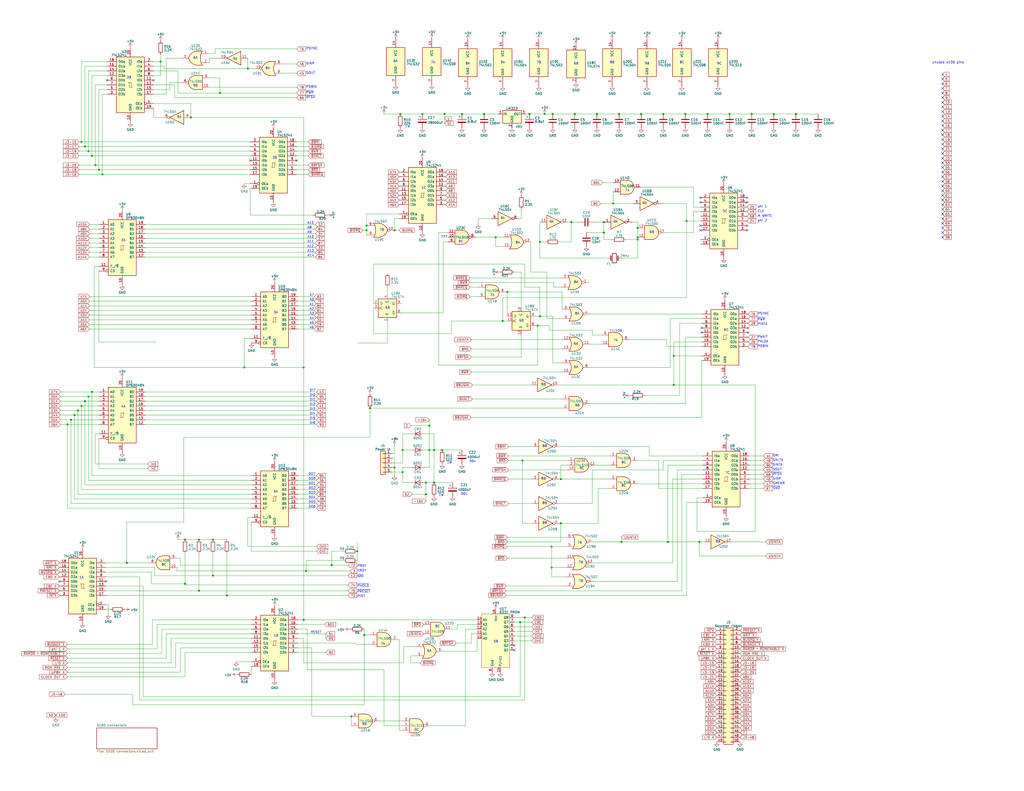
<source format=kicad_sch>
(kicad_sch (version 20230121) (generator eeschema)
  (paper "C")
  (junction (at 108.585 294.64))
  (junction (at 87.63 33.655))
  (junction (at 236.855 263.525))
  (junction (at 133.35 200.66))
  (junction (at 165.735 338.455))
  (junction (at 100.965 318.77))
  (junction (at 215.265 125.73))
  (junction (at 311.785 121.285))
  (junction (at 293.37 177.8))
  (junction (at 234.315 245.745))
  (junction (at 116.205 314.325))
  (junction (at 347.98 130.81))
  (junction (at 381.635 295.91))
  (junction (at 294.64 172.72))
  (junction (at 52.07 90.17))
  (junction (at 219.71 257.81))
  (junction (at 50.165 213.995))
  (junction (at 283.845 339.725))
  (junction (at 337.82 62.23))
  (junction (at 123.825 325.12))
  (junction (at 374.015 62.23))
  (junction (at 242.57 62.23))
  (junction (at 325.755 62.23))
  (junction (at 313.69 62.23))
  (junction (at 347.98 124.46))
  (junction (at 241.3 245.745))
  (junction (at 215.265 255.27))
  (junction (at 422.275 62.23))
  (junction (at 364.49 295.91))
  (junction (at 264.16 62.23))
  (junction (at 367.665 210.185))
  (junction (at 120.015 50.8))
  (junction (at 434.34 62.23))
  (junction (at 219.71 245.745))
  (junction (at 135.255 37.465))
  (junction (at 306.07 261.62))
  (junction (at 48.26 216.535))
  (junction (at 300.99 309.88))
  (junction (at 50.165 85.09))
  (junction (at 300.99 298.45))
  (junction (at 270.51 129.54))
  (junction (at 349.885 62.23))
  (junction (at 274.32 175.26))
  (junction (at 201.93 222.885))
  (junction (at 301.625 62.23))
  (junction (at 339.09 295.91))
  (junction (at 46.355 219.075))
  (junction (at 100.965 294.64))
  (junction (at 367.665 194.31))
  (junction (at 46.355 80.01))
  (junction (at 306.07 285.75))
  (junction (at 288.925 62.23))
  (junction (at 329.565 121.285))
  (junction (at 55.88 95.25))
  (junction (at 374.65 120.65))
  (junction (at 286.385 337.185))
  (junction (at 218.44 62.23))
  (junction (at 200.025 125.73))
  (junction (at 44.45 221.615))
  (junction (at 297.18 62.23))
  (junction (at 167.005 311.785))
  (junction (at 347.98 129.54))
  (junction (at 386.08 62.23))
  (junction (at 104.14 64.135))
  (junction (at 36.83 231.775))
  (junction (at 200.025 123.19))
  (junction (at 232.41 269.875))
  (junction (at 398.145 62.23))
  (junction (at 410.21 62.23))
  (junction (at 48.26 82.55))
  (junction (at 252.095 62.23))
  (junction (at 116.205 294.64))
  (junction (at 69.215 307.34))
  (junction (at 294.64 132.08))
  (junction (at 329.565 127))
  (junction (at 276.86 159.385))
  (junction (at 334.645 111.125))
  (junction (at 44.45 77.47))
  (junction (at 236.855 245.745))
  (junction (at 165.735 200.66))
  (junction (at 361.95 62.23))
  (junction (at 198.755 346.71))
  (junction (at 191.77 391.16))
  (junction (at 53.975 92.71))
  (junction (at 230.505 62.23))
  (junction (at 194.945 300.99))
  (junction (at 108.585 322.58))
  (junction (at 180.975 308.61))
  (junction (at 42.545 224.155))
  (junction (at 38.735 229.235))
  (junction (at 232.41 263.525))
  (junction (at 285.115 251.46))
  (junction (at 40.64 226.695))
  (junction (at 234.315 232.41))
  (no_connect (at 514.35 86.36))
  (no_connect (at 514.35 83.82))
  (no_connect (at 57.785 317.5))
  (no_connect (at 514.35 93.98))
  (no_connect (at 514.35 96.52))
  (no_connect (at 280.67 352.425))
  (no_connect (at 514.35 68.58))
  (no_connect (at 382.905 179.07))
  (no_connect (at 408.305 181.61))
  (no_connect (at 382.27 107.95))
  (no_connect (at 408.305 179.07))
  (no_connect (at 514.35 45.72))
  (no_connect (at 514.35 50.8))
  (no_connect (at 58.42 43.815))
  (no_connect (at 514.35 58.42))
  (no_connect (at 514.35 101.6))
  (no_connect (at 136.525 87.63))
  (no_connect (at 514.35 63.5))
  (no_connect (at 514.35 114.3))
  (no_connect (at 280.67 354.965))
  (no_connect (at 514.35 76.2))
  (no_connect (at 407.67 107.95))
  (no_connect (at 514.35 71.12))
  (no_connect (at 514.35 109.22))
  (no_connect (at 514.35 127))
  (no_connect (at 514.35 99.06))
  (no_connect (at 514.35 78.74))
  (no_connect (at 514.35 43.18))
  (no_connect (at 514.35 124.46))
  (no_connect (at 514.35 53.34))
  (no_connect (at 514.35 106.68))
  (no_connect (at 382.905 181.61))
  (no_connect (at 514.35 66.04))
  (no_connect (at 514.35 73.66))
  (no_connect (at 514.35 119.38))
  (no_connect (at 83.82 43.815))
  (no_connect (at 407.67 125.73))
  (no_connect (at 514.35 104.14))
  (no_connect (at 514.35 121.92))
  (no_connect (at 514.35 60.96))
  (no_connect (at 514.35 48.26))
  (no_connect (at 514.35 116.84))
  (no_connect (at 514.35 129.54))
  (no_connect (at 407.67 123.19))
  (no_connect (at 514.35 40.64))
  (no_connect (at 514.35 81.28))
  (no_connect (at 514.35 91.44))
  (no_connect (at 382.27 125.73))
  (no_connect (at 161.925 87.63))
  (no_connect (at 382.27 110.49))
  (no_connect (at 407.67 110.49))
  (no_connect (at 32.385 317.5))
  (no_connect (at 514.35 88.9))
  (no_connect (at 514.35 111.76))
  (no_connect (at 382.27 123.19))
  (no_connect (at 514.35 55.88))
  (wire (pts (xy 117.475 29.21) (xy 117.475 26.67)))
  (wire (pts (xy 55.88 51.435) (xy 55.88 95.25)))
  (wire (pts (xy 117.475 26.67) (xy 161.925 26.67)))
  (wire (pts (xy 219.71 257.81) (xy 219.71 263.525)))
  (wire (pts (xy 135.255 37.465) (xy 139.065 37.465)))
  (wire (pts (xy 170.18 391.16) (xy 191.77 391.16)))
  (wire (pts (xy 100.965 319.405) (xy 189.865 319.405)))
  (wire (pts (xy 270.51 134.62) (xy 270.51 129.54)))
  (wire (pts (xy 88.265 343.535) (xy 88.265 356.87)))
  (wire (pts (xy 87.63 33.655) (xy 87.63 41.275)))
  (wire (pts (xy 286.385 337.185) (xy 286.385 382.27)))
  (wire (pts (xy 326.39 285.75) (xy 306.07 285.75)))
  (wire (pts (xy 201.93 346.71) (xy 198.755 346.71)))
  (wire (pts (xy 300.99 309.88) (xy 308.61 309.88)))
  (wire (pts (xy 98.425 308.61) (xy 180.975 308.61)))
  (wire (pts (xy 271.78 62.23) (xy 264.16 62.23)))
  (wire (pts (xy 36.83 277.495) (xy 137.16 277.495)))
  (wire (pts (xy 276.225 322.58) (xy 372.11 322.58)))
  (wire (pts (xy 276.225 325.12) (xy 374.65 325.12)))
  (wire (pts (xy 300.99 298.45) (xy 300.99 309.88)))
  (wire (pts (xy 69.215 285.115) (xy 100.33 285.115)))
  (wire (pts (xy 40.64 226.695) (xy 40.64 272.415)))
  (wire (pts (xy 306.07 254) (xy 309.88 254)))
  (wire (pts (xy 172.72 264.795) (xy 162.56 264.795)))
  (wire (pts (xy 323.215 274.955) (xy 305.435 274.955)))
  (wire (pts (xy 284.48 167.64) (xy 284.48 148.59)))
  (wire (pts (xy 323.85 121.285) (xy 329.565 121.285)))
  (wire (pts (xy 90.805 346.075) (xy 90.805 359.41)))
  (wire (pts (xy 57.785 322.58) (xy 108.585 322.58)))
  (wire (pts (xy 286.385 337.185) (xy 290.195 337.185)))
  (wire (pts (xy 48.895 167.005) (xy 137.16 167.005)))
  (wire (pts (xy 114.3 47.625) (xy 161.925 47.625)))
  (wire (pts (xy 187.325 306.07) (xy 167.005 306.07)))
  (wire (pts (xy 257.175 185.42) (xy 306.705 185.42)))
  (wire (pts (xy 256.54 156.845) (xy 260.985 156.845)))
  (wire (pts (xy 123.825 302.26) (xy 123.825 325.12)))
  (wire (pts (xy 219.71 263.525) (xy 224.155 263.525)))
  (wire (pts (xy 114.3 42.545) (xy 120.015 42.545)))
  (wire (pts (xy 133.35 100.33) (xy 136.525 100.33)))
  (wire (pts (xy 241.935 170.815) (xy 241.935 132.08)))
  (wire (pts (xy 100.965 356.235) (xy 100.965 369.57)))
  (wire (pts (xy 59.055 330.2) (xy 59.055 335.28)))
  (wire (pts (xy 53.975 226.695) (xy 40.64 226.695)))
  (wire (pts (xy 219.71 393.7) (xy 207.01 393.7)))
  (wire (pts (xy 137.16 282.575) (xy 135.255 282.575)))
  (wire (pts (xy 323.215 180.34) (xy 323.215 182.88)))
  (wire (pts (xy 137.16 274.955) (xy 38.735 274.955)))
  (wire (pts (xy 97.155 50.8) (xy 120.015 50.8)))
  (wire (pts (xy 383.54 274.32) (xy 374.65 274.32)))
  (wire (pts (xy 349.885 102.235) (xy 378.46 102.235)))
  (wire (pts (xy 232.41 269.875) (xy 232.41 263.525)))
  (wire (pts (xy 48.26 216.535) (xy 53.975 216.535)))
  (wire (pts (xy 334.645 104.775) (xy 334.645 111.125)))
  (wire (pts (xy 257.175 227.965) (xy 382.905 227.965)))
  (wire (pts (xy 83.82 46.355) (xy 95.25 46.355)))
  (wire (pts (xy 323.215 182.88) (xy 328.295 182.88)))
  (wire (pts (xy 58.42 48.895) (xy 53.975 48.895)))
  (wire (pts (xy 165.735 200.66) (xy 165.735 338.455)))
  (wire (pts (xy 120.015 42.545) (xy 120.015 50.8)))
  (wire (pts (xy 306.07 156.845) (xy 302.26 156.845)))
  (wire (pts (xy 135.255 37.465) (xy 135.255 31.75)))
  (wire (pts (xy 327.66 111.125) (xy 334.645 111.125)))
  (wire (pts (xy 274.32 134.62) (xy 270.51 134.62)))
  (wire (pts (xy 36.83 361.95) (xy 93.345 361.95)))
  (wire (pts (xy 104.14 56.515) (xy 104.14 64.135)))
  (wire (pts (xy 218.44 62.23) (xy 230.505 62.23)))
  (wire (pts (xy 100.33 285.115) (xy 100.33 238.76)))
  (wire (pts (xy 87.63 41.275) (xy 83.82 41.275)))
  (wire (pts (xy 36.83 231.775) (xy 36.83 277.495)))
  (wire (pts (xy 386.08 62.23) (xy 398.145 62.23)))
  (wire (pts (xy 422.275 62.23) (xy 434.34 62.23)))
  (wire (pts (xy 48.26 216.535) (xy 48.26 262.255)))
  (wire (pts (xy 172.72 274.955) (xy 162.56 274.955)))
  (wire (pts (xy 347.98 124.46) (xy 347.98 129.54)))
  (wire (pts (xy 83.82 56.515) (xy 104.14 56.515)))
  (wire (pts (xy 200.025 123.19) (xy 200.025 116.84)))
  (wire (pts (xy 200.025 116.84) (xy 217.805 116.84)))
  (wire (pts (xy 236.855 263.525) (xy 247.015 263.525)))
  (wire (pts (xy 416.56 256.54) (xy 408.94 256.54)))
  (wire (pts (xy 57.785 330.2) (xy 59.055 330.2)))
  (wire (pts (xy 383.54 248.92) (xy 354.33 248.92)))
  (wire (pts (xy 382.905 173.99) (xy 365.76 173.99)))
  (wire (pts (xy 260.35 348.615) (xy 260.35 355.6)))
  (wire (pts (xy 367.665 194.31) (xy 367.665 210.185)))
  (wire (pts (xy 219.71 245.745) (xy 224.155 245.745)))
  (wire (pts (xy 306.07 285.75) (xy 305.435 285.75)))
  (wire (pts (xy 383.54 251.46) (xy 361.95 251.46)))
  (wire (pts (xy 224.79 269.875) (xy 232.41 269.875)))
  (wire (pts (xy 246.38 175.26) (xy 246.38 182.245)))
  (wire (pts (xy 50.165 259.715) (xy 50.165 213.995)))
  (wire (pts (xy 239.395 127) (xy 239.395 199.39)))
  (wire (pts (xy 98.425 304.8) (xy 98.425 308.61)))
  (wire (pts (xy 51.435 145.415) (xy 51.435 200.66)))
  (wire (pts (xy 361.95 256.54) (xy 323.215 256.54)))
  (wire (pts (xy 231.775 245.745) (xy 234.315 245.745)))
  (wire (pts (xy 257.81 210.185) (xy 289.56 210.185)))
  (wire (pts (xy 172.085 140.335) (xy 79.375 140.335)))
  (wire (pts (xy 302.26 156.845) (xy 302.26 154.305)))
  (wire (pts (xy 114.3 31.75) (xy 120.015 31.75)))
  (wire (pts (xy 90.805 31.75) (xy 99.06 31.75)))
  (wire (pts (xy 347.98 129.54) (xy 347.98 130.81)))
  (wire (pts (xy 116.205 294.64) (xy 123.825 294.64)))
  (wire (pts (xy 89.535 36.195) (xy 89.535 37.465)))
  (wire (pts (xy 292.1 172.72) (xy 294.64 172.72)))
  (wire (pts (xy 171.45 161.925) (xy 162.56 161.925)))
  (wire (pts (xy 341.63 130.81) (xy 347.98 130.81)))
  (wire (pts (xy 321.945 171.45) (xy 382.905 171.45)))
  (wire (pts (xy 171.45 164.465) (xy 162.56 164.465)))
  (wire (pts (xy 277.495 243.84) (xy 290.195 243.84)))
  (wire (pts (xy 280.67 342.265) (xy 290.195 342.265)))
  (wire (pts (xy 172.72 221.615) (xy 79.375 221.615)))
  (wire (pts (xy 369.57 256.54) (xy 369.57 317.5)))
  (wire (pts (xy 84.455 309.88) (xy 84.455 314.325)))
  (wire (pts (xy 187.325 300.99) (xy 180.975 300.99)))
  (wire (pts (xy 43.18 77.47) (xy 44.45 77.47)))
  (wire (pts (xy 236.855 236.855) (xy 236.855 245.745)))
  (wire (pts (xy 100.33 238.76) (xy 201.93 238.76)))
  (wire (pts (xy 257.175 346.075) (xy 257.175 351.155)))
  (wire (pts (xy 83.185 338.455) (xy 83.185 351.79)))
  (wire (pts (xy 97.155 294.64) (xy 100.965 294.64)))
  (wire (pts (xy 43.18 92.71) (xy 53.975 92.71)))
  (wire (pts (xy 300.99 314.96) (xy 308.61 314.96)))
  (wire (pts (xy 416.56 254) (xy 408.94 254)))
  (wire (pts (xy 339.09 295.91) (xy 323.85 295.91)))
  (wire (pts (xy 365.76 200.66) (xy 321.945 200.66)))
  (wire (pts (xy 297.18 62.23) (xy 301.625 62.23)))
  (wire (pts (xy 323.215 256.54) (xy 323.215 274.955)))
  (wire (pts (xy 48.895 164.465) (xy 137.16 164.465)))
  (wire (pts (xy 293.37 177.8) (xy 293.37 199.39)))
  (wire (pts (xy 171.45 167.005) (xy 162.56 167.005)))
  (wire (pts (xy 48.895 172.085) (xy 137.16 172.085)))
  (wire (pts (xy 311.785 121.285) (xy 309.88 121.285)))
  (wire (pts (xy 137.16 285.115) (xy 137.16 300.99)))
  (wire (pts (xy 283.845 339.725) (xy 290.195 339.725)))
  (wire (pts (xy 50.165 41.275) (xy 50.165 85.09)))
  (wire (pts (xy 194.945 300.99) (xy 194.945 306.07)))
  (wire (pts (xy 276.86 304.8) (xy 308.61 304.8)))
  (wire (pts (xy 337.82 62.23) (xy 349.885 62.23)))
  (wire (pts (xy 167.64 365.76) (xy 209.55 365.76)))
  (wire (pts (xy 52.07 46.355) (xy 52.07 90.17)))
  (wire (pts (xy 48.895 161.925) (xy 137.16 161.925)))
  (wire (pts (xy 50.165 85.09) (xy 136.525 85.09)))
  (wire (pts (xy 347.98 264.16) (xy 383.54 264.16)))
  (wire (pts (xy 53.975 48.895) (xy 53.975 92.71)))
  (wire (pts (xy 257.175 194.945) (xy 284.48 194.945)))
  (wire (pts (xy 76.2 314.96) (xy 76.2 382.27)))
  (wire (pts (xy 57.785 314.96) (xy 76.2 314.96)))
  (wire (pts (xy 369.57 317.5) (xy 323.85 317.5)))
  (wire (pts (xy 33.02 224.155) (xy 42.545 224.155)))
  (wire (pts (xy 234.315 245.745) (xy 236.855 245.745)))
  (wire (pts (xy 217.805 398.78) (xy 217.805 349.25)))
  (wire (pts (xy 294.64 132.08) (xy 294.64 121.285)))
  (wire (pts (xy 361.95 62.23) (xy 374.015 62.23)))
  (wire (pts (xy 137.16 348.615) (xy 93.345 348.615)))
  (wire (pts (xy 410.21 62.23) (xy 422.275 62.23)))
  (wire (pts (xy 274.32 162.56) (xy 374.65 162.56)))
  (wire (pts (xy 78.105 380.365) (xy 283.845 380.365)))
  (wire (pts (xy 354.33 248.92) (xy 354.33 243.84)))
  (wire (pts (xy 276.86 295.91) (xy 306.07 295.91)))
  (wire (pts (xy 116.205 314.325) (xy 189.865 314.325)))
  (wire (pts (xy 135.255 298.45) (xy 172.72 298.45)))
  (wire (pts (xy 42.545 224.155) (xy 53.975 224.155)))
  (wire (pts (xy 277.495 256.54) (xy 309.88 256.54)))
  (wire (pts (xy 44.45 77.47) (xy 136.525 77.47)))
  (wire (pts (xy 209.55 396.24) (xy 209.55 365.76)))
  (wire (pts (xy 280.67 349.885) (xy 290.195 349.885)))
  (wire (pts (xy 215.265 259.715) (xy 215.265 255.27)))
  (wire (pts (xy 172.72 269.875) (xy 162.56 269.875)))
  (wire (pts (xy 344.805 121.285) (xy 347.98 121.285)))
  (wire (pts (xy 249.555 343.535) (xy 249.555 340.995)))
  (wire (pts (xy 172.085 132.715) (xy 79.375 132.715)))
  (wire (pts (xy 311.785 132.08) (xy 311.785 121.285)))
  (wire (pts (xy 236.855 245.745) (xy 241.3 245.745)))
  (wire (pts (xy 248.92 351.155) (xy 257.175 351.155)))
  (wire (pts (xy 83.82 36.195) (xy 89.535 36.195)))
  (wire (pts (xy 220.345 361.95) (xy 220.345 353.06)))
  (wire (pts (xy 412.115 210.185) (xy 412.115 290.195)))
  (wire (pts (xy 301.625 198.12) (xy 306.705 198.12)))
  (wire (pts (xy 288.925 62.23) (xy 297.18 62.23)))
  (wire (pts (xy 277.495 274.955) (xy 290.195 274.955)))
  (wire (pts (xy 219.71 255.27) (xy 224.155 255.27)))
  (wire (pts (xy 79.375 216.535) (xy 172.72 216.535)))
  (wire (pts (xy 326.39 266.7) (xy 326.39 285.75)))
  (wire (pts (xy 33.02 229.235) (xy 38.735 229.235)))
  (wire (pts (xy 203.835 168.275) (xy 203.835 182.245)))
  (wire (pts (xy 299.72 180.34) (xy 323.215 180.34)))
  (wire (pts (xy 98.425 353.695) (xy 98.425 367.03)))
  (wire (pts (xy 374.015 220.345) (xy 374.015 184.15)))
  (wire (pts (xy 382.905 189.23) (xy 363.855 189.23)))
  (wire (pts (xy 108.585 302.26) (xy 108.585 322.58)))
  (wire (pts (xy 48.26 38.735) (xy 48.26 82.55)))
  (wire (pts (xy 137.16 338.455) (xy 83.185 338.455)))
  (wire (pts (xy 280.67 344.805) (xy 290.195 344.805)))
  (wire (pts (xy 329.565 121.285) (xy 329.565 127)))
  (wire (pts (xy 257.81 217.805) (xy 306.705 217.805)))
  (wire (pts (xy 108.585 322.58) (xy 189.865 322.58)))
  (wire (pts (xy 58.42 33.655) (xy 44.45 33.655)))
  (wire (pts (xy 58.42 41.275) (xy 50.165 41.275)))
  (wire (pts (xy 48.895 169.545) (xy 137.16 169.545)))
  (wire (pts (xy 277.495 251.46) (xy 285.115 251.46)))
  (wire (pts (xy 215.265 119.38) (xy 217.805 119.38)))
  (wire (pts (xy 52.07 253.365) (xy 80.645 253.365)))
  (wire (pts (xy 172.085 137.795) (xy 79.375 137.795)))
  (wire (pts (xy 332.74 266.7) (xy 326.39 266.7)))
  (wire (pts (xy 364.49 295.91) (xy 381.635 295.91)))
  (wire (pts (xy 259.715 129.54) (xy 270.51 129.54)))
  (wire (pts (xy 347.98 140.97) (xy 339.09 140.97)))
  (wire (pts (xy 53.975 231.775) (xy 36.83 231.775)))
  (wire (pts (xy 170.18 353.695) (xy 170.18 391.16)))
  (wire (pts (xy 232.41 269.875) (xy 232.41 273.685)))
  (wire (pts (xy 177.8 356.235) (xy 162.56 356.235)))
  (wire (pts (xy 215.265 125.73) (xy 215.265 119.38)))
  (wire (pts (xy 108.585 294.64) (xy 116.205 294.64)))
  (wire (pts (xy 137.16 340.995) (xy 85.725 340.995)))
  (wire (pts (xy 300.99 309.88) (xy 300.99 314.96)))
  (wire (pts (xy 211.455 175.895) (xy 211.455 187.325)))
  (wire (pts (xy 306.07 261.62) (xy 306.07 254)))
  (wire (pts (xy 194.945 296.545) (xy 194.945 300.99)))
  (wire (pts (xy 172.72 213.995) (xy 79.375 213.995)))
  (wire (pts (xy 46.355 36.195) (xy 46.355 80.01)))
  (wire (pts (xy 416.56 264.16) (xy 408.94 264.16)))
  (wire (pts (xy 198.12 125.73) (xy 200.025 125.73)))
  (wire (pts (xy 382.905 186.69) (xy 367.665 186.69)))
  (wire (pts (xy 167.005 311.785) (xy 191.135 311.785)))
  (wire (pts (xy 35.56 379.095) (xy 72.39 379.095)))
  (wire (pts (xy 249.555 340.995) (xy 260.35 340.995)))
  (wire (pts (xy 301.625 62.23) (xy 313.69 62.23)))
  (wire (pts (xy 383.54 271.78) (xy 380.365 271.78)))
  (wire (pts (xy 370.84 176.53) (xy 370.84 215.9)))
  (wire (pts (xy 217.805 349.25) (xy 217.17 349.25)))
  (wire (pts (xy 43.18 82.55) (xy 48.26 82.55)))
  (wire (pts (xy 365.76 173.99) (xy 365.76 200.66)))
  (wire (pts (xy 48.895 130.175) (xy 53.975 130.175)))
  (wire (pts (xy 48.895 122.555) (xy 53.975 122.555)))
  (wire (pts (xy 172.72 262.255) (xy 162.56 262.255)))
  (wire (pts (xy 299.72 177.8) (xy 299.72 180.34)))
  (wire (pts (xy 334.645 111.125) (xy 345.44 111.125)))
  (wire (pts (xy 382.905 194.31) (xy 367.665 194.31)))
  (wire (pts (xy 76.2 382.27) (xy 286.385 382.27)))
  (wire (pts (xy 180.975 300.99) (xy 180.975 308.61)))
  (wire (pts (xy 381.635 303.53) (xy 417.83 303.53)))
  (wire (pts (xy 44.45 221.615) (xy 44.45 267.335)))
  (wire (pts (xy 194.31 351.79) (xy 201.93 351.79)))
  (wire (pts (xy 284.48 182.88) (xy 284.48 194.945)))
  (wire (pts (xy 294.64 172.72) (xy 294.64 156.845)))
  (wire (pts (xy 33.02 226.695) (xy 40.64 226.695)))
  (wire (pts (xy 180.975 308.61) (xy 189.865 308.61)))
  (wire (pts (xy 374.65 120.65) (xy 374.65 162.56)))
  (wire (pts (xy 224.155 361.95) (xy 229.235 361.95)))
  (wire (pts (xy 294.64 156.845) (xy 286.385 156.845)))
  (wire (pts (xy 381.635 295.91) (xy 384.175 295.91)))
  (wire (pts (xy 213.995 257.81) (xy 219.71 257.81)))
  (wire (pts (xy 382.27 120.65) (xy 374.65 120.65)))
  (wire (pts (xy 351.79 215.9) (xy 370.84 215.9)))
  (wire (pts (xy 382.27 115.57) (xy 378.46 115.57)))
  (wire (pts (xy 36.83 351.79) (xy 83.185 351.79)))
  (wire (pts (xy 383.54 261.62) (xy 367.03 261.62)))
  (wire (pts (xy 36.83 359.41) (xy 90.805 359.41)))
  (wire (pts (xy 172.72 272.415) (xy 162.56 272.415)))
  (wire (pts (xy 230.505 62.23) (xy 242.57 62.23)))
  (wire (pts (xy 378.46 115.57) (xy 378.46 127)))
  (wire (pts (xy 367.03 261.62) (xy 367.03 307.34)))
  (wire (pts (xy 234.315 255.27) (xy 234.315 245.745)))
  (wire (pts (xy 311.785 121.285) (xy 316.23 121.285)))
  (wire (pts (xy 219.71 398.78) (xy 217.805 398.78)))
  (wire (pts (xy 172.085 130.175) (xy 79.375 130.175)))
  (wire (pts (xy 378.46 127) (xy 363.22 127)))
  (wire (pts (xy 203.835 144.145) (xy 203.835 165.735)))
  (wire (pts (xy 416.56 248.92) (xy 408.94 248.92)))
  (wire (pts (xy 339.09 293.37) (xy 339.09 295.91)))
  (wire (pts (xy 226.695 358.14) (xy 224.155 358.14)))
  (wire (pts (xy 260.985 119.38) (xy 267.97 119.38)))
  (wire (pts (xy 416.56 259.08) (xy 408.94 259.08)))
  (wire (pts (xy 213.995 255.27) (xy 215.265 255.27)))
  (wire (pts (xy 383.54 254) (xy 364.49 254)))
  (wire (pts (xy 128.905 361.315) (xy 137.16 361.315)))
  (wire (pts (xy 234.315 232.41) (xy 224.155 232.41)))
  (wire (pts (xy 114.3 29.21) (xy 117.475 29.21)))
  (wire (pts (xy 99.06 45.085) (xy 92.71 45.085)))
  (wire (pts (xy 234.315 245.745) (xy 234.315 232.41)))
  (wire (pts (xy 276.86 172.72) (xy 276.86 159.385)))
  (wire (pts (xy 256.54 161.925) (xy 260.985 161.925)))
  (wire (pts (xy 48.895 140.335) (xy 53.975 140.335)))
  (wire (pts (xy 236.855 245.745) (xy 236.855 263.525)))
  (wire (pts (xy 194.945 187.325) (xy 211.455 187.325)))
  (wire (pts (xy 280.67 337.185) (xy 286.385 337.185)))
  (wire (pts (xy 48.895 127.635) (xy 53.975 127.635)))
  (wire (pts (xy 367.665 210.185) (xy 304.8 210.185)))
  (wire (pts (xy 137.16 363.855) (xy 137.16 368.3)))
  (wire (pts (xy 172.72 219.075) (xy 79.375 219.075)))
  (wire (pts (xy 201.93 222.885) (xy 201.93 238.76)))
  (wire (pts (xy 53.975 255.905) (xy 80.645 255.905)))
  (wire (pts (xy 224.155 358.14) (xy 224.155 361.95)))
  (wire (pts (xy 276.86 175.26) (xy 274.32 175.26)))
  (wire (pts (xy 161.925 34.925) (xy 154.305 34.925)))
  (wire (pts (xy 280.67 339.725) (xy 283.845 339.725)))
  (wire (pts (xy 220.345 353.06) (xy 226.695 353.06)))
  (wire (pts (xy 168.275 77.47) (xy 161.925 77.47)))
  (wire (pts (xy 92.71 45.085) (xy 92.71 48.895)))
  (wire (pts (xy 33.02 216.535) (xy 48.26 216.535)))
  (wire (pts (xy 48.895 179.705) (xy 137.16 179.705)))
  (wire (pts (xy 172.72 226.695) (xy 79.375 226.695)))
  (wire (pts (xy 89.535 37.465) (xy 135.255 37.465)))
  (wire (pts (xy 82.55 318.77) (xy 100.965 318.77)))
  (wire (pts (xy 83.82 38.735) (xy 97.155 38.735)))
  (wire (pts (xy 321.945 220.345) (xy 374.015 220.345)))
  (wire (pts (xy 58.42 51.435) (xy 55.88 51.435)))
  (wire (pts (xy 241.935 132.08) (xy 244.475 132.08)))
  (wire (pts (xy 104.14 64.135) (xy 165.735 64.135)))
  (wire (pts (xy 374.65 120.65) (xy 374.65 111.125)))
  (wire (pts (xy 276.86 159.385) (xy 276.225 159.385)))
  (wire (pts (xy 44.45 33.655) (xy 44.45 77.47)))
  (wire (pts (xy 72.39 384.81) (xy 198.755 384.81)))
  (wire (pts (xy 213.995 252.73) (xy 219.71 252.73)))
  (wire (pts (xy 168.275 82.55) (xy 161.925 82.55)))
  (wire (pts (xy 170.815 117.475) (xy 136.525 117.475)))
  (wire (pts (xy 256.54 151.765) (xy 306.07 151.765)))
  (wire (pts (xy 40.64 272.415) (xy 137.16 272.415)))
  (wire (pts (xy 137.16 269.875) (xy 42.545 269.875)))
  (wire (pts (xy 260.35 346.075) (xy 257.175 346.075)))
  (wire (pts (xy 46.355 219.075) (xy 53.975 219.075)))
  (wire (pts (xy 90.805 51.435) (xy 90.805 31.75)))
  (wire (pts (xy 136.525 117.475) (xy 136.525 102.87)))
  (wire (pts (xy 116.205 302.26) (xy 116.205 314.325)))
  (wire (pts (xy 382.905 176.53) (xy 370.84 176.53)))
  (wire (pts (xy 305.435 243.84) (xy 354.33 243.84)))
  (wire (pts (xy 416.56 266.7) (xy 408.94 266.7)))
  (wire (pts (xy 43.18 80.01) (xy 46.355 80.01)))
  (wire (pts (xy 398.145 62.23) (xy 410.21 62.23)))
  (wire (pts (xy 43.18 95.25) (xy 55.88 95.25)))
  (wire (pts (xy 200.025 125.73) (xy 200.025 123.19)))
  (wire (pts (xy 48.895 135.255) (xy 53.975 135.255)))
  (wire (pts (xy 51.435 200.66) (xy 133.35 200.66)))
  (wire (pts (xy 246.38 343.535) (xy 249.555 343.535)))
  (wire (pts (xy 83.82 64.135) (xy 83.82 59.055)))
  (wire (pts (xy 36.83 369.57) (xy 100.965 369.57)))
  (wire (pts (xy 168.275 85.09) (xy 161.925 85.09)))
  (wire (pts (xy 306.705 159.385) (xy 306.705 168.91)))
  (wire (pts (xy 374.015 184.15) (xy 382.905 184.15)))
  (wire (pts (xy 383.54 256.54) (xy 369.57 256.54)))
  (wire (pts (xy 48.895 125.095) (xy 53.975 125.095)))
  (wire (pts (xy 84.455 314.325) (xy 116.205 314.325)))
  (wire (pts (xy 168.275 80.01) (xy 161.925 80.01)))
  (wire (pts (xy 329.565 127) (xy 329.565 130.81)))
  (wire (pts (xy 36.83 367.03) (xy 98.425 367.03)))
  (wire (pts (xy 284.48 148.59) (xy 280.67 148.59)))
  (wire (pts (xy 300.99 298.45) (xy 308.61 298.45)))
  (wire (pts (xy 57.785 312.42) (xy 82.55 312.42)))
  (wire (pts (xy 239.395 127) (xy 244.475 127)))
  (wire (pts (xy 434.34 62.23) (xy 446.405 62.23)))
  (wire (pts (xy 191.77 396.24) (xy 191.77 391.16)))
  (wire (pts (xy 219.71 255.27) (xy 219.71 257.81)))
  (wire (pts (xy 347.98 130.81) (xy 347.98 140.97)))
  (wire (pts (xy 242.57 62.23) (xy 242.57 67.31)))
  (wire (pts (xy 367.665 186.69) (xy 367.665 194.31)))
  (wire (pts (xy 306.705 173.99) (xy 298.45 173.99)))
  (wire (pts (xy 367.03 307.34) (xy 323.85 307.34)))
  (wire (pts (xy 165.735 338.455) (xy 260.35 338.455)))
  (wire (pts (xy 172.72 229.235) (xy 79.375 229.235)))
  (wire (pts (xy 306.07 261.62) (xy 332.74 261.62)))
  (wire (pts (xy 168.275 95.25) (xy 161.925 95.25)))
  (wire (pts (xy 165.735 64.135) (xy 165.735 200.66)))
  (wire (pts (xy 219.71 236.855) (xy 219.71 245.745)))
  (wire (pts (xy 48.895 177.165) (xy 137.16 177.165)))
  (wire (pts (xy 276.225 320.04) (xy 308.61 320.04)))
  (wire (pts (xy 33.02 221.615) (xy 44.45 221.615)))
  (wire (pts (xy 93.345 348.615) (xy 93.345 361.95)))
  (wire (pts (xy 349.885 62.23) (xy 361.95 62.23)))
  (wire (pts (xy 100.965 302.26) (xy 100.965 318.77)))
  (wire (pts (xy 171.45 172.085) (xy 162.56 172.085)))
  (wire (pts (xy 293.37 177.8) (xy 299.72 177.8)))
  (wire (pts (xy 372.11 259.08) (xy 372.11 322.58)))
  (wire (pts (xy 416.56 261.62) (xy 408.94 261.62)))
  (wire (pts (xy 46.355 264.795) (xy 46.355 219.075)))
  (wire (pts (xy 284.48 119.38) (xy 283.21 119.38)))
  (wire (pts (xy 42.545 269.875) (xy 42.545 224.155)))
  (wire (pts (xy 277.495 248.92) (xy 332.74 248.92)))
  (wire (pts (xy 137.16 184.785) (xy 133.35 184.785)))
  (wire (pts (xy 137.16 356.235) (xy 100.965 356.235)))
  (wire (pts (xy 298.45 148.59) (xy 289.56 148.59)))
  (wire (pts (xy 270.51 129.54) (xy 274.32 129.54)))
  (wire (pts (xy 378.46 113.03) (xy 382.27 113.03)))
  (wire (pts (xy 172.085 135.255) (xy 79.375 135.255)))
  (wire (pts (xy 38.735 229.235) (xy 53.975 229.235)))
  (wire (pts (xy 257.175 190.5) (xy 306.705 190.5)))
  (wire (pts (xy 200.025 128.27) (xy 200.025 125.73)))
  (wire (pts (xy 36.83 356.87) (xy 88.265 356.87)))
  (wire (pts (xy 260.35 355.6) (xy 241.935 355.6)))
  (wire (pts (xy 171.45 174.625) (xy 162.56 174.625)))
  (wire (pts (xy 60.325 332.74) (xy 57.785 332.74)))
  (wire (pts (xy 254 343.535) (xy 254 396.24)))
  (wire (pts (xy 260.985 122.555) (xy 260.985 119.38)))
  (wire (pts (xy 215.265 125.73) (xy 217.805 125.73)))
  (wire (pts (xy 331.47 140.97) (xy 294.64 140.97)))
  (wire (pts (xy 380.365 271.78) (xy 380.365 290.195)))
  (wire (pts (xy 257.175 203.2) (xy 306.705 203.2)))
  (wire (pts (xy 48.26 82.55) (xy 136.525 82.55)))
  (wire (pts (xy 320.04 127) (xy 329.565 127)))
  (wire (pts (xy 100.965 294.64) (xy 108.585 294.64)))
  (wire (pts (xy 168.275 92.71) (xy 161.925 92.71)))
  (wire (pts (xy 242.57 62.23) (xy 252.095 62.23)))
  (wire (pts (xy 53.975 186.69) (xy 85.09 186.69)))
  (wire (pts (xy 53.975 145.415) (xy 51.435 145.415)))
  (wire (pts (xy 364.49 254) (xy 364.49 295.91)))
  (wire (pts (xy 274.32 175.26) (xy 246.38 175.26)))
  (wire (pts (xy 46.355 80.01) (xy 136.525 80.01)))
  (wire (pts (xy 43.18 85.09) (xy 50.165 85.09)))
  (wire (pts (xy 276.86 298.45) (xy 300.99 298.45)))
  (wire (pts (xy 69.215 307.34) (xy 69.215 285.115)))
  (wire (pts (xy 161.925 40.005) (xy 154.305 40.005)))
  (wire (pts (xy 172.085 125.095) (xy 79.375 125.095)))
  (wire (pts (xy 285.115 251.46) (xy 285.115 285.75)))
  (wire (pts (xy 285.115 251.46) (xy 309.88 251.46)))
  (wire (pts (xy 33.02 231.775) (xy 36.83 231.775)))
  (wire (pts (xy 294.64 172.72) (xy 301.625 172.72)))
  (wire (pts (xy 53.975 239.395) (xy 53.975 255.905)))
  (wire (pts (xy 48.895 137.795) (xy 53.975 137.795)))
  (wire (pts (xy 95.25 53.34) (xy 161.925 53.34)))
  (wire (pts (xy 48.26 262.255) (xy 137.16 262.255)))
  (wire (pts (xy 58.42 46.355) (xy 52.07 46.355)))
  (wire (pts (xy 198.755 346.71) (xy 198.755 343.535)))
  (wire (pts (xy 44.45 221.615) (xy 53.975 221.615)))
  (wire (pts (xy 172.72 267.335) (xy 162.56 267.335)))
  (wire (pts (xy 382.905 196.85) (xy 382.905 227.965)))
  (wire (pts (xy 44.45 267.335) (xy 137.16 267.335)))
  (wire (pts (xy 289.56 148.59) (xy 289.56 132.08)))
  (wire (pts (xy 298.45 173.99) (xy 298.45 148.59)))
  (wire (pts (xy 215.265 243.205) (xy 215.265 247.65)))
  (wire (pts (xy 256.54 154.305) (xy 302.26 154.305)))
  (wire (pts (xy 363.855 185.42) (xy 343.535 185.42)))
  (wire (pts (xy 162.56 351.155) (xy 194.31 351.155)))
  (wire (pts (xy 137.16 259.715) (xy 50.165 259.715)))
  (wire (pts (xy 162.56 343.535) (xy 167.64 343.535)))
  (wire (pts (xy 72.39 379.095) (xy 72.39 384.81)))
  (wire (pts (xy 114.3 34.29) (xy 114.3 31.75)))
  (wire (pts (xy 177.8 348.615) (xy 177.8 346.075)))
  (wire (pts (xy 374.015 62.23) (xy 386.08 62.23)))
  (wire (pts (xy 416.56 251.46) (xy 408.94 251.46)))
  (wire (pts (xy 321.945 187.96) (xy 328.295 187.96)))
  (wire (pts (xy 276.86 293.37) (xy 308.61 293.37)))
  (wire (pts (xy 96.52 311.785) (xy 167.005 311.785)))
  (wire (pts (xy 399.415 295.91) (xy 417.83 295.91)))
  (wire (pts (xy 284.48 114.3) (xy 284.48 119.38)))
  (wire (pts (xy 172.085 122.555) (xy 79.375 122.555)))
  (wire (pts (xy 383.54 266.7) (xy 359.41 266.7)))
  (wire (pts (xy 211.455 156.845) (xy 211.455 160.655)))
  (wire (pts (xy 171.45 169.545) (xy 162.56 169.545)))
  (wire (pts (xy 167.64 343.535) (xy 167.64 365.76)))
  (wire (pts (xy 364.49 295.91) (xy 339.09 295.91)))
  (wire (pts (xy 359.41 266.7) (xy 359.41 251.46)))
  (wire (pts (xy 88.9 64.135) (xy 83.82 64.135)))
  (wire (pts (xy 82.55 312.42) (xy 82.55 318.77)))
  (wire (pts (xy 260.35 343.535) (xy 254 343.535)))
  (wire (pts (xy 203.835 182.245) (xy 246.38 182.245)))
  (wire (pts (xy 234.315 229.235) (xy 234.315 232.41)))
  (wire (pts (xy 162.56 338.455) (xy 165.735 338.455)))
  (wire (pts (xy 306.07 285.75) (xy 306.07 295.91)))
  (wire (pts (xy 96.52 304.8) (xy 98.425 304.8)))
  (wire (pts (xy 328.93 99.695) (xy 334.645 99.695)))
  (wire (pts (xy 57.785 325.12) (xy 123.825 325.12)))
  (wire (pts (xy 95.885 364.49) (xy 36.83 364.49)))
  (wire (pts (xy 294.64 140.97) (xy 294.64 132.08)))
  (wire (pts (xy 123.825 325.12) (xy 189.865 325.12)))
  (wire (pts (xy 325.12 254) (xy 332.74 254)))
  (wire (pts (xy 33.02 219.075) (xy 46.355 219.075)))
  (wire (pts (xy 87.63 29.845) (xy 87.63 33.655)))
  (wire (pts (xy 305.435 261.62) (xy 306.07 261.62)))
  (wire (pts (xy 172.085 127.635) (xy 79.375 127.635)))
  (wire (pts (xy 325.755 62.23) (xy 337.82 62.23)))
  (wire (pts (xy 135.255 282.575) (xy 135.255 298.45)))
  (wire (pts (xy 380.365 290.195) (xy 412.115 290.195)))
  (wire (pts (xy 137.16 300.99) (xy 172.72 300.99)))
  (wire (pts (xy 162.56 346.075) (xy 177.8 346.075)))
  (wire (pts (xy 83.82 33.655) (xy 87.63 33.655)))
  (wire (pts (xy 83.82 51.435) (xy 90.805 51.435)))
  (wire (pts (xy 276.86 159.385) (xy 306.705 159.385)))
  (wire (pts (xy 167.005 306.07) (xy 167.005 311.785)))
  (wire (pts (xy 53.975 147.955) (xy 53.975 186.69)))
  (wire (pts (xy 367.665 210.185) (xy 412.115 210.185)))
  (wire (pts (xy 172.72 231.775) (xy 79.375 231.775)))
  (wire (pts (xy 58.42 38.735) (xy 48.26 38.735)))
  (wire (pts (xy 120.015 50.8) (xy 161.925 50.8)))
  (wire (pts (xy 165.735 361.95) (xy 220.345 361.95)))
  (wire (pts (xy 92.71 48.895) (xy 83.82 48.895)))
  (wire (pts (xy 219.075 170.815) (xy 241.935 170.815)))
  (wire (pts (xy 36.83 354.33) (xy 85.725 354.33)))
  (wire (pts (xy 374.65 274.32) (xy 374.65 325.12)))
  (wire (pts (xy 334.01 130.81) (xy 329.565 130.81)))
  (wire (pts (xy 172.72 224.155) (xy 79.375 224.155)))
  (wire (pts (xy 347.98 121.285) (xy 347.98 124.46)))
  (wire (pts (xy 280.67 347.345) (xy 290.195 347.345)))
  (wire (pts (xy 137.16 346.075) (xy 90.805 346.075)))
  (wire (pts (xy 241.3 245.745) (xy 252.095 245.745)))
  (wire (pts (xy 95.885 351.155) (xy 95.885 364.49)))
  (wire (pts (xy 301.625 172.72) (xy 301.625 198.12)))
  (wire (pts (xy 294.64 132.08) (xy 297.815 132.08)))
  (wire (pts (xy 201.93 222.885) (xy 306.705 222.885)))
  (wire (pts (xy 209.55 62.23) (xy 218.44 62.23)))
  (wire (pts (xy 172.72 259.715) (xy 162.56 259.715)))
  (wire (pts (xy 97.155 38.735) (xy 97.155 50.8)))
  (wire (pts (xy 363.855 189.23) (xy 363.855 185.42)))
  (wire (pts (xy 58.42 36.195) (xy 46.355 36.195)))
  (wire (pts (xy 57.785 309.88) (xy 84.455 309.88)))
  (wire (pts (xy 133.35 200.66) (xy 165.735 200.66)))
  (wire (pts (xy 168.275 90.17) (xy 161.925 90.17)))
  (wire (pts (xy 383.54 259.08) (xy 372.11 259.08)))
  (wire (pts (xy 137.16 343.535) (xy 88.265 343.535)))
  (wire (pts (xy 95.25 46.355) (xy 95.25 53.34)))
  (wire (pts (xy 305.435 132.08) (xy 311.785 132.08)))
  (wire (pts (xy 215.265 247.65) (xy 213.995 247.65)))
  (wire (pts (xy 378.46 102.235) (xy 378.46 113.03)))
  (wire (pts (xy 215.265 255.27) (xy 215.265 250.19)))
  (wire (pts (xy 85.725 340.995) (xy 85.725 354.33)))
  (wire (pts (xy 165.735 348.615) (xy 165.735 361.95)))
  (wire (pts (xy 213.995 250.19) (xy 215.265 250.19)))
  (wire (pts (xy 231.775 236.855) (xy 236.855 236.855)))
  (wire (pts (xy 162.56 353.695) (xy 170.18 353.695)))
  (wire (pts (xy 57.785 320.04) (xy 78.105 320.04)))
  (wire (pts (xy 50.165 213.995) (xy 53.975 213.995)))
  (wire (pts (xy 69.215 307.34) (xy 57.785 307.34)))
  (wire (pts (xy 137.16 353.695) (xy 98.425 353.695)))
  (wire (pts (xy 33.02 213.995) (xy 50.165 213.995)))
  (wire (pts (xy 219.71 396.24) (xy 209.55 396.24)))
  (wire (pts (xy 30.48 391.795) (xy 30.48 390.525)))
  (wire (pts (xy 81.28 307.34) (xy 69.215 307.34)))
  (wire (pts (xy 137.16 351.155) (xy 95.885 351.155)))
  (wire (pts (xy 55.88 95.25) (xy 136.525 95.25)))
  (wire (pts (xy 224.155 236.855) (xy 219.71 236.855)))
  (wire (pts (xy 231.775 263.525) (xy 232.41 263.525)))
  (wire (pts (xy 48.895 132.715) (xy 53.975 132.715)))
  (wire (pts (xy 171.45 177.165) (xy 162.56 177.165)))
  (wire (pts (xy 254 396.24) (xy 234.95 396.24)))
  (wire (pts (xy 38.735 274.955) (xy 38.735 229.235)))
  (wire (pts (xy 78.105 320.04) (xy 78.105 380.365)))
  (wire (pts (xy 286.385 156.845) (xy 286.385 144.145)))
  (wire (pts (xy 137.16 264.795) (xy 46.355 264.795)))
  (wire (pts (xy 381.635 295.91) (xy 381.635 303.53)))
  (wire (pts (xy 43.18 90.17) (xy 52.07 90.17)))
  (wire (pts (xy 172.72 277.495) (xy 162.56 277.495)))
  (wire (pts (xy 52.07 236.855) (xy 52.07 253.365)))
  (wire (pts (xy 177.165 340.995) (xy 162.56 340.995)))
  (wire (pts (xy 283.845 339.725) (xy 283.845 380.365)))
  (wire (pts (xy 52.07 90.17) (xy 136.525 90.17)))
  (wire (pts (xy 274.32 162.56) (xy 274.32 175.26)))
  (wire (pts (xy 203.835 144.145) (xy 286.385 144.145)))
  (wire (pts (xy 219.71 252.73) (xy 219.71 245.745)))
  (wire (pts (xy 277.495 261.62) (xy 290.195 261.62)))
  (wire (pts (xy 162.56 348.615) (xy 165.735 348.615)))
  (wire (pts (xy 171.45 179.705) (xy 162.56 179.705)))
  (wire (pts (xy 359.41 251.46) (xy 347.98 251.46)))
  (wire (pts (xy 374.65 111.125) (xy 360.68 111.125)))
  (wire (pts (xy 293.37 199.39) (xy 239.395 199.39)))
  (wire (pts (xy 290.195 285.75) (xy 285.115 285.75)))
  (wire (pts (xy 361.95 251.46) (xy 361.95 256.54)))
  (wire (pts (xy 53.975 236.855) (xy 52.07 236.855)))
  (wire (pts (xy 194.31 351.155) (xy 194.31 351.79)))
  (wire (pts (xy 292.1 177.8) (xy 293.37 177.8)))
  (wire (pts (xy 133.35 184.785) (xy 133.35 200.66)))
  (wire (pts (xy 313.69 62.23) (xy 325.755 62.23)))
  (wire (pts (xy 53.975 92.71) (xy 136.525 92.71)))
  (wire (pts (xy 96.52 309.88) (xy 96.52 311.785)))
  (wire (pts (xy 231.775 255.27) (xy 234.315 255.27)))
  (wire (pts (xy 252.095 62.23) (xy 264.16 62.23)))
  (wire (pts (xy 48.895 174.625) (xy 137.16 174.625)))
  (wire (pts (xy 198.755 346.71) (xy 198.755 384.81)))
  (wire (pts (xy 100.965 319.405) (xy 100.965 318.77)))
  (wire (pts (xy 232.41 263.525) (xy 236.855 263.525)))
  (wire (pts (xy 287.02 62.23) (xy 288.925 62.23)))
  (text "9A" (at 350.52 111.76 0) (effects (font (size 1.27 1.27)) (justify left bottom)))
  (text "SOUT" (at 167.005 40.64 0) (effects (font (size 1.27 1.27)) (justify left bottom)))
  (text "A11" (at 167.64 132.715 0) (effects (font (size 1.27 1.27)) (justify left bottom)))
  (text "8B" (at 295.91 286.385 0) (effects (font (size 1.27 1.27)) (justify left bottom)))
  (text "XRDY" (at 194.945 312.42 0) (effects (font (size 1.27 1.27)) (justify left bottom)))
  (text "7B" (at 207.01 126.365 0) (effects (font (size 1.27 1.27)) (justify left bottom)))
  (text "8A" (at 313.69 172.085 0) (effects (font (size 1.27 1.27)) (justify left bottom)))
  (text "DO3" (at 168.275 269.875 0) (effects (font (size 1.27 1.27)) (justify left bottom)))
  (text "7B" (at 315.595 318.135 0) (effects (font (size 1.27 1.27)) (justify left bottom)))
  (text "PINT" (at 194.945 326.39 0) (effects (font (size 1.27 1.27)) (justify left bottom)))
  (text "A7" (at 168.91 161.925 0) (effects (font (size 1.27 1.27)) (justify left bottom)))
  (text "DO0" (at 168.275 262.255 0) (effects (font (size 1.27 1.27)) (justify left bottom)))
  (text "A5" (at 168.91 177.165 0) (effects (font (size 1.27 1.27)) (justify left bottom)))
  (text "8C" (at 370.84 34.925 0) (effects (font (size 1.27 1.27)) (justify left bottom)))
  (text "SMEMR" (at 421.64 264.795 0) (effects (font (size 1.27 1.27)) (justify left bottom)))
  (text "9C" (at 226.06 399.415 0) (effects (font (size 1.27 1.27)) (justify left bottom)))
  (text "8B" (at 295.91 244.475 0) (effects (font (size 1.27 1.27)) (justify left bottom)))
  (text "DO7" (at 168.275 259.715 0) (effects (font (size 1.27 1.27)) (justify left bottom)))
  (text "~{RFSH}" (at 167.005 53.975 0) (effects (font (size 1.27 1.27)) (justify left bottom)))
  (text "A4" (at 168.91 174.625 0) (effects (font (size 1.27 1.27)) (justify left bottom)))
  (text "8B" (at 295.275 262.255 0) (effects (font (size 1.27 1.27)) (justify left bottom)))
  (text "DI5" (at 168.91 229.235 0) (effects (font (size 1.27 1.27)) (justify left bottom)))
  (text "9A" (at 273.05 120.015 0) (effects (font (size 1.27 1.27)) (justify left bottom)))
  (text "1W" (at 239.395 271.145 0) (effects (font (size 1.27 1.27)) (justify left bottom)))
  (text "8C" (at 90.805 309.245 0) (effects (font (size 1.27 1.27)) (justify right bottom)))
  (text "PDBIN" (at 167.005 48.26 0) (effects (font (size 1.27 1.27)) (justify left bottom)))
  (text "SOUT" (at 421.64 257.175 0) (effects (font (size 1.27 1.27)) (justify left bottom)))
  (text "phi 2" (at 413.385 121.285 0) (effects (font (size 1.27 1.27)) (justify left bottom)))
  (text "PALDA" (at 413.385 187.325 0) (effects (font (size 1.27 1.27)) (justify left bottom)))
  (text "9C" (at 316.23 256.54 0) (effects (font (size 1.27 1.27)) (justify left bottom)))
  (text "phi 1" (at 413.385 113.665 0) (effects (font (size 1.27 1.27)) (justify left bottom)))
  (text "9A" (at 334.645 121.92 0) (effects (font (size 1.27 1.27)) (justify left bottom)))
  (text "9B" (at 197.485 396.24 0) (effects (font (size 1.27 1.27)) (justify left bottom)))
  (text "A10" (at 167.64 130.175 0) (effects (font (size 1.27 1.27)) (justify left bottom)))
  (text "8B" (at 390.525 296.545 0) (effects (font (size 1.27 1.27)) (justify left bottom)))
  (text "A0" (at 168.91 164.465 0) (effects (font (size 1.27 1.27)) (justify left bottom)))
  (text "DI7" (at 168.91 213.995 0) (effects (font (size 1.27 1.27)) (justify left bottom)))
  (text "DI4" (at 168.91 226.695 0) (effects (font (size 1.27 1.27)) (justify left bottom)))
  (text "DI6" (at 168.91 231.775 0) (effects (font (size 1.27 1.27)) (justify left bottom)))
  (text "6B" (at 210.185 168.91 0) (effects (font (size 1.27 1.27)) (justify left bottom)))
  (text "3A" (at 149.225 171.45 0) (effects (font (size 1.27 1.27)) (justify left bottom)))
  (text "7A" (at 267.335 161.925 0) (effects (font (size 1.27 1.27)) (justify left bottom)))
  (text "DO6" (at 168.275 277.495 0) (effects (font (size 1.27 1.27)) (justify left bottom)))
  (text "8B" (at 332.74 34.925 0) (effects (font (size 1.27 1.27)) (justify left bottom)))
  (text "8A" (at 313.055 154.94 0) (effects (font (size 1.27 1.27)) (justify left bottom)))
  (text "M WRITE" (at 413.385 118.745 0) (effects (font (size 1.27 1.27)) (justify left bottom)))
  (text "6B" (at 313.055 35.56 0) (effects (font (size 1.27 1.27)) (justify left bottom)))
  (text "1B" (at 149.225 347.98 0) (effects (font (size 1.27 1.27)) (justify left bottom)))
  (text "8C" (at 339.09 253.365 0) (effects (font (size 1.27 1.27)) (justify left bottom)))
  (text "~{PWR}" (at 167.005 51.435 0) (effects (font (size 1.27 1.27)) (justify left bottom)))
  (text "SINTA" (at 421.64 254.635 0) (effects (font (size 1.27 1.27)) (justify left bottom)))
  (text "A12" (at 167.64 135.255 0) (effects (font (size 1.27 1.27)) (justify left bottom)))
  (text "PINTA" (at 413.385 177.8 0) (effects (font (size 1.27 1.27)) (justify left bottom)))
  (text "7B" (at 314.96 297.18 0) (effects (font (size 1.27 1.27)) (justify left bottom)))
  (text "6B" (at 283.21 175.895 0) (effects (font (size 1.27 1.27)) (justify left bottom)))
  (text "7A" (at 234.95 34.925 0) (effects (font (size 1.27 1.27)) (justify left bottom)))
  (text "9A" (at 299.72 121.92 0) (effects (font (size 1.27 1.27)) (justify left bottom)))
  (text "A14" (at 167.64 140.335 0) (effects (font (size 1.27 1.27)) (justify left bottom)))
  (text "DI3" (at 168.91 224.155 0) (effects (font (size 1.27 1.27)) (justify left bottom)))
  (text "8B" (at 295.91 275.59 0) (effects (font (size 1.27 1.27)) (justify left bottom)))
  (text "A1" (at 168.91 167.005 0) (effects (font (size 1.27 1.27)) (justify left bottom)))
  (text "7C" (at 395.605 259.08 0) (effects (font (size 1.27 1.27)) (justify left bottom)))
  (text "SINP" (at 421.64 262.255 0) (effects (font (size 1.27 1.27)) (justify left bottom)))
  (text "8B" (at 295.275 210.82 0) (effects (font (size 1.27 1.27)) (justify left bottom)))
  (text "1C" (at 229.87 103.505 0) (effects (font (size 1.27 1.27)) (justify left bottom)))
  (text "SHLTA" (at 421.64 252.095 0) (effects (font (size 1.27 1.27)) (justify left bottom)))
  (text "DO5" (at 168.275 274.955 0) (effects (font (size 1.27 1.27)) (justify left bottom)))
  (text "9C" (at 391.16 35.56 0) (effects (font (size 1.27 1.27)) (justify left bottom)))
  (text "6A" (at 107.95 32.385 0) (effects (font (size 1.27 1.27)) (justify right bottom)))
  (text "PDBIN" (at 413.385 189.865 0) (effects (font (size 1.27 1.27)) (justify left bottom)))
  (text "9B" (at 313.69 222.25 0) (effects (font (size 1.27 1.27)) (justify left bottom)))
  (text "5C" (at 394.335 116.205 0) (effects (font (size 1.27 1.27)) (justify left bottom)))
  (text "8A" (at 147.32 38.1 0) (effects (font (size 1.27 1.27)) (justify right bottom)))
  (text "8C" (at 339.09 266.065 0) (effects (font (size 1.27 1.27)) (justify left bottom)))
  (text "unused s100 pins" (at 508.635 34.925 0) (effects (font (size 1.27 1.27)) (justify left bottom)))
  (text "2B" (at 71.755 43.18 0) (effects (font (size 1.27 1.27)) (justify right bottom)))
  (text "DI0" (at 168.91 216.535 0) (effects (font (size 1.27 1.27)) (justify left bottom)))
  (text "6C" (at 394.97 180.975 0) (effects (font (size 1.27 1.27)) (justify left bottom)))
  (text "7B" (at 292.735 34.925 0) (effects (font (size 1.27 1.27)) (justify left bottom)))
  (text "~{NMI}" (at 194.945 315.595 0) (effects (font (size 1.27 1.27)) (justify left bottom)))
  (text "8A" (at 254 35.56 0) (effects (font (size 1.27 1.27)) (justify left bottom)))
  (text "PSYNC" (at 167.005 27.305 0) (effects (font (size 1.27 1.27)) (justify left bottom)))
  (text "~{PRESET}" (at 194.945 323.85 0) (effects (font (size 1.27 1.27)) (justify left bottom)))
  (text "PSYNC" (at 413.385 172.085 0) (effects (font (size 1.27 1.27)) (justify left bottom)))
  (text "9A" (at 99.06 64.77 0) (effects (font (size 1.27 1.27)) (justify right bottom)))
  (text "9A" (at 273.05 34.925 0) (effects (font (size 1.27 1.27)) (justify left bottom)))
  (text "7A" (at 334.645 186.69 0) (effects (font (size 1.27 1.27)) (justify left bottom)))
  (text "SMI" (at 421.64 249.555 0) (effects (font (size 1.27 1.27)) (justify left bottom)))
  (text "A3" (at 168.91 172.085 0) (effects (font (size 1.27 1.27)) (justify left bottom)))
  (text "1W" (at 243.84 253.365 0) (effects (font (size 1.27 1.27)) (justify left bottom)))
  (text "A9" (at 167.64 127.635 0) (effects (font (size 1.27 1.27)) (justify left bottom)))
  (text "7A" (at 207.645 352.425 0) (effects (font (size 1.27 1.27)) (justify left bottom)))
  (text "DI1" (at 168.91 219.075 0) (effects (font (size 1.27 1.27)) (justify left bottom)))
  (text "6A" (at 233.045 356.235 0) (effects (font (size 1.27 1.27)) (justify left bottom)))
  (text "~{RFSH}" (at 421.64 259.715 0) (effects (font (size 1.27 1.27)) (justify left bottom)))
  (text "A6" (at 168.91 179.705 0) (effects (font (size 1.27 1.27)) (justify left bottom)))
  (text "A13" (at 167.64 137.795 0) (effects (font (size 1.27 1.27)) (justify left bottom)))
  (text "1A" (at 45.72 316.23 0) (effects (font (size 1.27 1.27)) (justify right bottom)))
  (text "DO2" (at 168.275 267.335 0) (effects (font (size 1.27 1.27)) (justify left bottom)))
  (text "DO4" (at 168.275 272.415 0) (effects (font (size 1.27 1.27)) (justify left bottom)))
  (text "PRDY" (at 194.945 309.88 0) (effects (font (size 1.27 1.27)) (justify left bottom)))
  (text "4A" (at 66.04 222.885 0) (effects (font (size 1.27 1.27)) (justify left bottom)))
  (text "RESET" (at 169.545 346.075 0) (effects (font (size 1.27 1.27)) (justify left bottom)))
  (text "3B" (at 148.59 86.995 0) (effects (font (size 1.27 1.27)) (justify left bottom)))
  (text "7A" (at 340.995 104.775 0) (effects (font (size 1.27 1.27)) (justify left bottom)))
  (text "5A" (at 149.225 269.24 0) (effects (font (size 1.27 1.27)) (justify left bottom)))
  (text "5B" (at 269.24 351.155 0) (effects (font (size 1.27 1.27)) (justify left bottom)))
  (text "DI2" (at 168.91 221.615 0) (effects (font (size 1.27 1.27)) (justify left bottom)))
  (text "A2" (at 168.91 169.545 0) (effects (font (size 1.27 1.27)) (justify left bottom)))
  (text "SINP" (at 167.005 35.56 0) (effects (font (size 1.27 1.27)) (justify left bottom)))
  (text "7B" (at 315.595 307.975 0) (effects (font (size 1.27 1.27)) (justify left bottom)))
  (text "9A" (at 129.54 33.02 0) (effects (font (size 1.27 1.27)) (justify right bottom)))
  (text "9C" (at 250.19 132.715 0) (effects (font (size 1.27 1.27)) (justify left bottom)))
  (text "50v" (at 259.715 252.73 0) (effects (font (size 1.27 1.27)) (justify right bottom)))
  (text "???" (at 240.665 130.175 0) (effects (font (size 1.27 1.27)) (justify left bottom)))
  (text "A8" (at 167.64 125.095 0) (effects (font (size 1.27 1.27)) (justify left bottom)))
  (text "9B" (at 107.95 47.625 0) (effects (font (size 1.27 1.27)) (justify right bottom)))
  (text "PWAIT" (at 413.385 184.785 0) (effects (font (size 1.27 1.27)) (justify left bottom)))
  (text "8A" (at 281.305 133.35 0) (effects (font (size 1.27 1.27)) (justify left bottom)))
  (text "9B" (at 351.79 35.56 0) (effects (font (size 1.27 1.27)) (justify left bottom)))
  (text "A15" (at 167.64 122.555 0) (effects (font (size 1.27 1.27)) (justify left bottom)))
  (text "6A" (at 313.055 201.295 0) (effects (font (size 1.27 1.27)) (justify left bottom)))
  (text "~{SWD}" (at 421.64 267.335 0) (effects (font (size 1.27 1.27)) (justify left bottom)))
  (text "CLK" (at 413.385 116.205 0) (effects (font (size 1.27 1.27)) (justify left bottom)))
  (text "1W" (at 220.98 69.85 0) (effects (font (size 1.27 1.27)) (justify left bottom)))
  (text "~{PHOLD}" (at 194.945 320.675 0) (effects (font (size 1.27 1.27)) (justify left bottom)))
  (text "9B" (at 354.33 127.635 0) (effects (font (size 1.27 1.27)) (justify left bottom)))
  (text "2A" (at 66.04 132.08 0) (effects (font (size 1.27 1.27)) (justify left bottom)))
  (text "8C" (at 237.49 342.9 0) (effects (font (size 1.27 1.27)) (justify left bottom)))
  (text "6A" (at 313.055 188.595 0) (effects (font (size 1.27 1.27)) (justify left bottom)))
  (text "DO1" (at 168.275 264.795 0) (effects (font (size 1.27 1.27)) (justify left bottom)))
  (text "6A" (at 214.63 34.29 0) (effects (font (size 1.27 1.27)) (justify left bottom)))
  (text "50v" (at 251.46 270.51 0) (effects (font (size 1.27 1.27)) (justify left bottom)))
  (text "~{PWR}" (at 413.385 175.26 0) (effects (font (size 1.27 1.27)) (justify left bottom)))
  (global_label "CBD" (shape input) (at 290.195 337.185 0) (property "Intersheetrefs" "${INTERSHEET_REFS}" (effects hide)))
  (global_label "J3-20" (shape input) (at 403.86 367.03 0) (property "Intersheetrefs" "${INTERSHEET_REFS}" (effects hide)))
  (global_label "A10X" (shape input) (at 403.86 372.11 0) (property "Intersheetrefs" "${INTERSHEET_REFS}" (effects hide)))
  (global_label "~{BMREQ}" (shape input) (at 256.54 156.845 180) (property "Intersheetrefs" "${INTERSHEET_REFS}" (effects hide)))
  (global_label "79" (shape input) (at 171.45 164.465 0) (property "Intersheetrefs" "${INTERSHEET_REFS}" (effects hide)))
  (global_label "J3-18" (shape input) (at 403.86 364.49 0) (property "Intersheetrefs" "${INTERSHEET_REFS}" (effects hide)))
  (global_label "ROM PRE X" (shape input) (at 36.83 364.49 180) (property "Intersheetrefs" "${INTERSHEET_REFS}" (effects hide)))
  (global_label "~{BBMI}" (shape input) (at 276.86 293.37 180) (property "Intersheetrefs" "${INTERSHEET_REFS}" (effects hide)))
  (global_label "USINTA" (shape input) (at 417.83 303.53 0) (property "Intersheetrefs" "${INTERSHEET_REFS}" (effects hide)))
  (global_label "25" (shape input) (at 407.67 113.03 0) (property "Intersheetrefs" "${INTERSHEET_REFS}" (effects hide)))
  (global_label "76" (shape input) (at 408.305 171.45 0) (property "Intersheetrefs" "${INTERSHEET_REFS}" (effects hide)))
  (global_label "36" (shape input) (at 172.72 262.255 0) (property "Intersheetrefs" "${INTERSHEET_REFS}" (effects hide)))
  (global_label "51" (shape input) (at 242.57 67.31 0) (property "Intersheetrefs" "${INTERSHEET_REFS}" (effects hide)))
  (global_label "D7X" (shape input) (at 33.02 213.995 180) (property "Intersheetrefs" "${INTERSHEET_REFS}" (effects hide)))
  (global_label "D3X" (shape input) (at 33.02 224.155 180) (property "Intersheetrefs" "${INTERSHEET_REFS}" (effects hide)))
  (global_label "72" (shape input) (at 189.865 308.61 0) (property "Intersheetrefs" "${INTERSHEET_REFS}" (effects hide)))
  (global_label "~{BHALT}" (shape input) (at 277.495 274.955 180) (property "Intersheetrefs" "${INTERSHEET_REFS}" (effects hide)))
  (global_label "~{BRFSH}" (shape input) (at 248.92 351.155 180) (property "Intersheetrefs" "${INTERSHEET_REFS}" (effects hide)))
  (global_label "~{BUSRQ X}" (shape input) (at 403.86 349.25 0) (property "Intersheetrefs" "${INTERSHEET_REFS}" (effects hide)))
  (global_label "J3-21" (shape input) (at 43.18 85.09 180) (property "Intersheetrefs" "${INTERSHEET_REFS}" (effects hide)))
  (global_label "A2X" (shape input) (at 217.805 106.68 180) (property "Intersheetrefs" "${INTERSHEET_REFS}" (effects hide)))
  (global_label "48" (shape input) (at 416.56 251.46 0) (property "Intersheetrefs" "${INTERSHEET_REFS}" (effects hide)))
  (global_label "D6X" (shape input) (at 33.02 231.775 180) (property "Intersheetrefs" "${INTERSHEET_REFS}" (effects hide)))
  (global_label "J3-19" (shape input) (at 391.16 367.03 180) (property "Intersheetrefs" "${INTERSHEET_REFS}" (effects hide)))
  (global_label "2" (shape input) (at 224.155 232.41 180) (property "Intersheetrefs" "${INTERSHEET_REFS}" (effects hide)))
  (global_label "A14X" (shape input) (at 391.16 377.19 180) (property "Intersheetrefs" "${INTERSHEET_REFS}" (effects hide)))
  (global_label "70" (shape input) (at 514.35 124.46 0) (property "Intersheetrefs" "${INTERSHEET_REFS}" (effects hide)))
  (global_label "A4X" (shape input) (at 217.805 109.22 180) (property "Intersheetrefs" "${INTERSHEET_REFS}" (effects hide)))
  (global_label "67" (shape input) (at 514.35 119.38 0) (property "Intersheetrefs" "${INTERSHEET_REFS}" (effects hide)))
  (global_label "~{RAMDR} * ~{ROMENABLE X}" (shape input) (at 403.86 354.33 0) (property "Intersheetrefs" "${INTERSHEET_REFS}" (effects hide)))
  (global_label "+16v" (shape input) (at 234.315 229.235 180) (property "Intersheetrefs" "${INTERSHEET_REFS}" (effects hide)))
  (global_label "56" (shape input) (at 514.35 93.98 0) (property "Intersheetrefs" "${INTERSHEET_REFS}" (effects hide)))
  (global_label "~{BWR}" (shape input) (at 168.275 82.55 0) (property "Intersheetrefs" "${INTERSHEET_REFS}" (effects hide)))
  (global_label "29" (shape input) (at 171.45 177.165 0) (property "Intersheetrefs" "${INTERSHEET_REFS}" (effects hide)))
  (global_label "~{BMREQ}" (shape input) (at 277.495 261.62 180) (property "Intersheetrefs" "${INTERSHEET_REFS}" (effects hide)))
  (global_label "10" (shape input) (at 514.35 55.88 0) (property "Intersheetrefs" "${INTERSHEET_REFS}" (effects hide)))
  (global_label "82" (shape input) (at 171.45 179.705 0) (property "Intersheetrefs" "${INTERSHEET_REFS}" (effects hide)))
  (global_label "A4X" (shape input) (at 48.895 174.625 180) (property "Intersheetrefs" "${INTERSHEET_REFS}" (effects hide)))
  (global_label "~{BUSACK X}" (shape input) (at 403.86 351.79 0) (property "Intersheetrefs" "${INTERSHEET_REFS}" (effects hide)))
  (global_label "ROM PRE X" (shape input) (at 403.86 356.87 0) (property "Intersheetrefs" "${INTERSHEET_REFS}" (effects hide)))
  (global_label "A11X" (shape input) (at 391.16 374.65 180) (property "Intersheetrefs" "${INTERSHEET_REFS}" (effects hide)))
  (global_label "55" (shape input) (at 514.35 91.44 0) (property "Intersheetrefs" "${INTERSHEET_REFS}" (effects hide)))
  (global_label "~{BUSACK X}" (shape input) (at 36.83 351.79 180) (property "Intersheetrefs" "${INTERSHEET_REFS}" (effects hide)))
  (global_label "CLOCK OUT X" (shape input) (at 403.86 359.41 0) (property "Intersheetrefs" "${INTERSHEET_REFS}" (effects hide)))
  (global_label "A14" (shape input) (at 243.205 111.76 0) (property "Intersheetrefs" "${INTERSHEET_REFS}" (effects hide)))
  (global_label "~{BRD}" (shape input) (at 277.495 251.46 180) (property "Intersheetrefs" "${INTERSHEET_REFS}" (effects hide)))
  (global_label "~{RAMDR} * ~{ROMENABLE X}" (shape input) (at 36.83 356.87 180) (property "Intersheetrefs" "${INTERSHEET_REFS}" (effects hide)))
  (global_label "A7X" (shape input) (at 217.805 93.98 180) (property "Intersheetrefs" "${INTERSHEET_REFS}" (effects hide)))
  (global_label "98" (shape input) (at 514.35 129.54 0) (property "Intersheetrefs" "${INTERSHEET_REFS}" (effects hide)))
  (global_label "~{WAIT X}" (shape input) (at 403.86 346.71 0) (property "Intersheetrefs" "${INTERSHEET_REFS}" (effects hide)))
  (global_label "A7X" (shape input) (at 391.16 389.89 180) (property "Intersheetrefs" "${INTERSHEET_REFS}" (effects hide)))
  (global_label "45" (shape input) (at 416.56 256.54 0) (property "Intersheetrefs" "${INTERSHEET_REFS}" (effects hide)))
  (global_label "A9X" (shape input) (at 391.16 372.11 180) (property "Intersheetrefs" "${INTERSHEET_REFS}" (effects hide)))
  (global_label "J3-19" (shape input) (at 43.18 82.55 180) (property "Intersheetrefs" "${INTERSHEET_REFS}" (effects hide)))
  (global_label "96" (shape input) (at 416.56 254 0) (property "Intersheetrefs" "${INTERSHEET_REFS}" (effects hide)))
  (global_label "13" (shape input) (at 514.35 60.96 0) (property "Intersheetrefs" "${INTERSHEET_REFS}" (effects hide)))
  (global_label "A6X" (shape input) (at 217.805 111.76 180) (property "Intersheetrefs" "${INTERSHEET_REFS}" (effects hide)))
  (global_label "76" (shape input) (at 161.925 26.67 0) (property "Intersheetrefs" "${INTERSHEET_REFS}" (effects hide)))
  (global_label "62" (shape input) (at 514.35 109.22 0) (property "Intersheetrefs" "${INTERSHEET_REFS}" (effects hide)))
  (global_label "?" (shape input) (at 403.86 400.05 0) (property "Intersheetrefs" "${INTERSHEET_REFS}" (effects hide)))
  (global_label "BIORQ" (shape input) (at 217.805 125.73 0) (property "Intersheetrefs" "${INTERSHEET_REFS}" (effects hide)))
  (global_label "9" (shape input) (at 514.35 53.34 0) (property "Intersheetrefs" "${INTERSHEET_REFS}" (effects hide)))
  (global_label "24" (shape input) (at 407.67 120.65 0) (property "Intersheetrefs" "${INTERSHEET_REFS}" (effects hide)))
  (global_label "88" (shape input) (at 172.72 267.335 0) (property "Intersheetrefs" "${INTERSHEET_REFS}" (effects hide)))
  (global_label "97" (shape input) (at 416.56 266.7 0) (property "Intersheetrefs" "${INTERSHEET_REFS}" (effects hide)))
  (global_label "22" (shape input) (at 514.35 83.82 0) (property "Intersheetrefs" "${INTERSHEET_REFS}" (effects hide)))
  (global_label "A13X" (shape input) (at 48.895 137.795 180) (property "Intersheetrefs" "${INTERSHEET_REFS}" (effects hide)))
  (global_label "B01" (shape input) (at 177.165 340.995 0) (property "Intersheetrefs" "${INTERSHEET_REFS}" (effects hide)))
  (global_label "A0X" (shape input) (at 403.86 379.73 0) (property "Intersheetrefs" "${INTERSHEET_REFS}" (effects hide)))
  (global_label "12" (shape input) (at 189.865 314.325 0) (property "Intersheetrefs" "${INTERSHEET_REFS}" (effects hide)))
  (global_label "~{BIORQ}" (shape input) (at 256.54 161.925 180) (property "Intersheetrefs" "${INTERSHEET_REFS}" (effects hide)))
  (global_label "D3X" (shape input) (at 391.16 394.97 180) (property "Intersheetrefs" "${INTERSHEET_REFS}" (effects hide)))
  (global_label "14" (shape input) (at 514.35 63.5 0) (property "Intersheetrefs" "${INTERSHEET_REFS}" (effects hide)))
  (global_label "~{BBUSAK}" (shape input) (at 257.81 210.185 180) (property "Intersheetrefs" "${INTERSHEET_REFS}" (effects hide)))
  (global_label "~{NMI X}" (shape input) (at 391.16 349.25 180) (property "Intersheetrefs" "${INTERSHEET_REFS}" (effects hide)))
  (global_label "58" (shape input) (at 514.35 99.06 0) (property "Intersheetrefs" "${INTERSHEET_REFS}" (effects hide)))
  (global_label "-16V" (shape input) (at 232.41 273.685 180) (property "Intersheetrefs" "${INTERSHEET_REFS}" (effects hide)))
  (global_label "D4X" (shape input) (at 403.86 394.97 0) (property "Intersheetrefs" "${INTERSHEET_REFS}" (effects hide)))
  (global_label "I{slash}O X" (shape input) (at 36.83 361.95 180) (property "Intersheetrefs" "${INTERSHEET_REFS}" (effects hide)))
  (global_label "30" (shape input) (at 171.45 174.625 0) (property "Intersheetrefs" "${INTERSHEET_REFS}" (effects hide)))
  (global_label "B0" (shape input) (at 327.66 111.125 180) (property "Intersheetrefs" "${INTERSHEET_REFS}" (effects hide)))
  (global_label "20" (shape input) (at 514.35 78.74 0) (property "Intersheetrefs" "${INTERSHEET_REFS}" (effects hide)))
  (global_label "78" (shape input) (at 161.925 47.625 0) (property "Intersheetrefs" "${INTERSHEET_REFS}" (effects hide)))
  (global_label "A1X" (shape input) (at 391.16 382.27 180) (property "Intersheetrefs" "${INTERSHEET_REFS}" (effects hide)))
  (global_label "~{NMI X}" (shape input) (at 32.385 309.88 180) (property "Intersheetrefs" "${INTERSHEET_REFS}" (effects hide)))
  (global_label "11" (shape input) (at 514.35 58.42 0) (property "Intersheetrefs" "${INTERSHEET_REFS}" (effects hide)))
  (global_label "59" (shape input) (at 514.35 101.6 0) (property "Intersheetrefs" "${INTERSHEET_REFS}" (effects hide)))
  (global_label "43" (shape input) (at 172.72 213.995 0) (property "Intersheetrefs" "${INTERSHEET_REFS}" (effects hide)))
  (global_label "~{BRFSH}" (shape input) (at 276.225 322.58 180) (property "Intersheetrefs" "${INTERSHEET_REFS}" (effects hide)))
  (global_label "A14X" (shape input) (at 48.895 140.335 180) (property "Intersheetrefs" "${INTERSHEET_REFS}" (effects hide)))
  (global_label "57" (shape input) (at 514.35 96.52 0) (property "Intersheetrefs" "${INTERSHEET_REFS}" (effects hide)))
  (global_label "27" (shape input) (at 408.305 184.15 0) (property "Intersheetrefs" "${INTERSHEET_REFS}" (effects hide)))
  (global_label "17" (shape input) (at 514.35 71.12 0) (property "Intersheetrefs" "${INTERSHEET_REFS}" (effects hide)))
  (global_label "23" (shape input) (at 514.35 86.36 0) (property "Intersheetrefs" "${INTERSHEET_REFS}" (effects hide)))
  (global_label "73" (shape input) (at 189.865 325.12 0) (property "Intersheetrefs" "${INTERSHEET_REFS}" (effects hide)))
  (global_label "31" (shape input) (at 171.45 172.085 0) (property "Intersheetrefs" "${INTERSHEET_REFS}" (effects hide)))
  (global_label "47" (shape input) (at 416.56 264.16 0) (property "Intersheetrefs" "${INTERSHEET_REFS}" (effects hide)))
  (global_label "77" (shape input) (at 161.925 50.8 0) (property "Intersheetrefs" "${INTERSHEET_REFS}" (effects hide)))
  (global_label "~{BHALT}" (shape input) (at 257.81 217.805 180) (property "Intersheetrefs" "${INTERSHEET_REFS}" (effects hide)))
  (global_label "~{WAIT X}" (shape input) (at 32.385 307.34 180) (property "Intersheetrefs" "${INTERSHEET_REFS}" (effects hide)))
  (global_label "OXD" (shape input) (at 172.72 298.45 0) (property "Intersheetrefs" "${INTERSHEET_REFS}" (effects hide)))
  (global_label "A15X" (shape input) (at 403.86 374.65 0) (property "Intersheetrefs" "${INTERSHEET_REFS}" (effects hide)))
  (global_label "~{BIORQ}" (shape input) (at 276.86 298.45 180) (property "Intersheetrefs" "${INTERSHEET_REFS}" (effects hide)))
  (global_label "IXE" (shape input) (at 290.195 344.805 0) (property "Intersheetrefs" "${INTERSHEET_REFS}" (effects hide)))
  (global_label "A8X" (shape input) (at 48.895 125.095 180) (property "Intersheetrefs" "${INTERSHEET_REFS}" (effects hide)))
  (global_label "CBD X" (shape input) (at 32.385 314.96 180) (property "Intersheetrefs" "${INTERSHEET_REFS}" (effects hide)))
  (global_label "87" (shape input) (at 172.085 132.715 0) (property "Intersheetrefs" "${INTERSHEET_REFS}" (effects hide)))
  (global_label "~{BIORQ}" (shape input) (at 229.235 361.95 0) (property "Intersheetrefs" "${INTERSHEET_REFS}" (effects hide)))
  (global_label "92" (shape input) (at 172.72 229.235 0) (property "Intersheetrefs" "${INTERSHEET_REFS}" (effects hide)))
  (global_label "46" (shape input) (at 416.56 261.62 0) (property "Intersheetrefs" "${INTERSHEET_REFS}" (effects hide)))
  (global_label "phi 1 X" (shape input) (at 36.83 354.33 180) (property "Intersheetrefs" "${INTERSHEET_REFS}" (effects hide)))
  (global_label "53" (shape input) (at 514.35 88.9 0) (property "Intersheetrefs" "${INTERSHEET_REFS}" (effects hide)))
  (global_label "UP8K X" (shape input) (at 36.83 367.03 180) (property "Intersheetrefs" "${INTERSHEET_REFS}" (effects hide)))
  (global_label "~{BHALT}" (shape input) (at 168.275 85.09 0) (property "Intersheetrefs" "${INTERSHEET_REFS}" (effects hide)))
  (global_label "75" (shape input) (at 189.865 322.58 0) (property "Intersheetrefs" "${INTERSHEET_REFS}" (effects hide)))
  (global_label "J3-21" (shape input) (at 391.16 369.57 180) (property "Intersheetrefs" "${INTERSHEET_REFS}" (effects hide)))
  (global_label "~{BRFSH}" (shape input) (at 277.495 256.54 180) (property "Intersheetrefs" "${INTERSHEET_REFS}" (effects hide)))
  (global_label "35" (shape input) (at 172.72 264.795 0) (property "Intersheetrefs" "${INTERSHEET_REFS}" (effects hide)))
  (global_label "66" (shape input) (at 161.925 53.34 0) (property "Intersheetrefs" "${INTERSHEET_REFS}" (effects hide)))
  (global_label "39" (shape input) (at 172.72 274.955 0) (property "Intersheetrefs" "${INTERSHEET_REFS}" (effects hide)))
  (global_label "69" (shape input) (at 514.35 121.92 0) (property "Intersheetrefs" "${INTERSHEET_REFS}" (effects hide)))
  (global_label "A2X" (shape input) (at 403.86 382.27 0) (property "Intersheetrefs" "${INTERSHEET_REFS}" (effects hide)))
  (global_label "OXD" (shape input) (at 290.195 347.345 0) (property "Intersheetrefs" "${INTERSHEET_REFS}" (effects hide)))
  (global_label "93" (shape input) (at 172.72 231.775 0) (property "Intersheetrefs" "${INTERSHEET_REFS}" (effects hide)))
  (global_label "D2X" (shape input) (at 403.86 392.43 0) (property "Intersheetrefs" "${INTERSHEET_REFS}" (effects hide)))
  (global_label "A6X" (shape input) (at 48.895 179.705 180) (property "Intersheetrefs" "${INTERSHEET_REFS}" (effects hide)))
  (global_label "40" (shape input) (at 172.72 277.495 0) (property "Intersheetrefs" "${INTERSHEET_REFS}" (effects hide)))
  (global_label "A9" (shape input) (at 243.205 101.6 0) (property "Intersheetrefs" "${INTERSHEET_REFS}" (effects hide)))
  (global_label "32" (shape input) (at 172.085 122.555 0) (property "Intersheetrefs" "${INTERSHEET_REFS}" (effects hide)))
  (global_label "CBE" (shape input) (at 290.195 339.725 0) (property "Intersheetrefs" "${INTERSHEET_REFS}" (effects hide)))
  (global_label "71" (shape input) (at 514.35 127 0) (property "Intersheetrefs" "${INTERSHEET_REFS}" (effects hide)))
  (global_label "~{BUSRQ X}" (shape input) (at 32.385 312.42 180) (property "Intersheetrefs" "${INTERSHEET_REFS}" (effects hide)))
  (global_label "15" (shape input) (at 514.35 66.04 0) (property "Intersheetrefs" "${INTERSHEET_REFS}" (effects hide)))
  (global_label "A6X" (shape input) (at 403.86 387.35 0) (property "Intersheetrefs" "${INTERSHEET_REFS}" (effects hide)))
  (global_label "USINTA" (shape input) (at 339.09 293.37 0) (property "Intersheetrefs" "${INTERSHEET_REFS}" (effects hide)))
  (global_label "99" (shape input) (at 177.8 348.615 0) (property "Intersheetrefs" "${INTERSHEET_REFS}" (effects hide)))
  (global_label "A11X" (shape input) (at 48.895 132.715 180) (property "Intersheetrefs" "${INTERSHEET_REFS}" (effects hide)))
  (global_label "D6X" (shape input) (at 403.86 397.51 0) (property "Intersheetrefs" "${INTERSHEET_REFS}" (effects hide)))
  (global_label "5" (shape input) (at 514.35 43.18 0) (property "Intersheetrefs" "${INTERSHEET_REFS}" (effects hide)))
  (global_label "B01" (shape input) (at 328.93 99.695 180) (property "Intersheetrefs" "${INTERSHEET_REFS}" (effects hide)))
  (global_label "A12X" (shape input) (at 48.895 135.255 180) (property "Intersheetrefs" "${INTERSHEET_REFS}" (effects hide)))
  (global_label "~{BWR}" (shape input) (at 276.225 320.04 180) (property "Intersheetrefs" "${INTERSHEET_REFS}" (effects hide)))
  (global_label "~{BRD}" (shape input) (at 276.86 295.91 180) (property "Intersheetrefs" "${INTERSHEET_REFS}" (effects hide)))
  (global_label "A13" (shape input) (at 243.205 96.52 0) (property "Intersheetrefs" "${INTERSHEET_REFS}" (effects hide)))
  (global_label "~{INTX}" (shape input) (at 32.385 325.12 180) (property "Intersheetrefs" "${INTERSHEET_REFS}" (effects hide)))
  (global_label "A11" (shape input) (at 243.205 99.06 0) (property "Intersheetrefs" "${INTERSHEET_REFS}" (effects hide)))
  (global_label "~{BRD}" (shape input) (at 231.14 340.995 180) (property "Intersheetrefs" "${INTERSHEET_REFS}" (effects hide)))
  (global_label "USINTA" (shape input) (at 257.175 185.42 180) (property "Intersheetrefs" "${INTERSHEET_REFS}" (effects hide)))
  (global_label "A15X" (shape input) (at 48.895 122.555 180) (property "Intersheetrefs" "${INTERSHEET_REFS}" (effects hide)))
  (global_label "~{RESET X}" (shape input) (at 36.83 359.41 180) (property "Intersheetrefs" "${INTERSHEET_REFS}" (effects hide)))
  (global_label "J3-16" (shape input) (at 403.86 361.95 0) (property "Intersheetrefs" "${INTERSHEET_REFS}" (effects hide)))
  (global_label "A10" (shape input) (at 243.205 106.68 0) (property "Intersheetrefs" "${INTERSHEET_REFS}" (effects hide)))
  (global_label "60" (shape input) (at 514.35 104.14 0) (property "Intersheetrefs" "${INTERSHEET_REFS}" (effects hide)))
  (global_label "~{USINTA}" (shape input) (at 417.83 295.91 0) (property "Intersheetrefs" "${INTERSHEET_REFS}" (effects hide)))
  (global_label "J3-15" (shape input) (at 43.18 77.47 180) (property "Intersheetrefs" "${INTERSHEET_REFS}" (effects hide)))
  (global_label "1" (shape input) (at 242.57 64.77 0) (property "Intersheetrefs" "${INTERSHEET_REFS}" (effects hide)))
  (global_label "~{BWR}" (shape input) (at 277.495 248.92 180) (property "Intersheetrefs" "${INTERSHEET_REFS}" (effects hide)))
  (global_label "D2X" (shape input) (at 33.02 221.615 180) (property "Intersheetrefs" "${INTERSHEET_REFS}" (effects hide)))
  (global_label "78" (shape input) (at 408.305 189.23 0) (property "Intersheetrefs" "${INTERSHEET_REFS}" (effects hide)))
  (global_label "D5X" (shape input) (at 391.16 397.51 180) (property "Intersheetrefs" "${INTERSHEET_REFS}" (effects hide)))
  (global_label "89" (shape input) (at 172.72 269.875 0) (property "Intersheetrefs" "${INTERSHEET_REFS}" (effects hide)))
  (global_label "54" (shape input) (at 177.8 346.075 0) (property "Intersheetrefs" "${INTERSHEET_REFS}" (effects hide)))
  (global_label "A15" (shape input) (at 243.205 93.98 0) (property "Intersheetrefs" "${INTERSHEET_REFS}" (effects hide)))
  (global_label "CBD X" (shape input) (at 391.16 351.79 180) (property "Intersheetrefs" "${INTERSHEET_REFS}" (effects hide)))
  (global_label "A8X" (shape input) (at 403.86 369.57 0) (property "Intersheetrefs" "${INTERSHEET_REFS}" (effects hide)))
  (global_label "BRD" (shape input) (at 257.175 190.5 180) (property "Intersheetrefs" "${INTERSHEET_REFS}" (effects hide)))
  (global_label "OXE" (shape input) (at 290.195 349.885 0) (property "Intersheetrefs" "${INTERSHEET_REFS}" (effects hide)))
  (global_label "91" (shape input) (at 172.72 226.695 0) (property "Intersheetrefs" "${INTERSHEET_REFS}" (effects hide)))
  (global_label "42" (shape input) (at 172.72 224.155 0) (property "Intersheetrefs" "${INTERSHEET_REFS}" (effects hide)))
  (global_label "33" (shape input) (at 172.085 135.255 0) (property "Intersheetrefs" "${INTERSHEET_REFS}" (effects hide)))
  (global_label "J3-20" (shape input) (at 43.18 90.17 180) (property "Intersheetrefs" "${INTERSHEET_REFS}" (effects hide)))
  (global_label "19" (shape input) (at 514.35 76.2 0) (property "Intersheetrefs" "${INTERSHEET_REFS}" (effects hide)))
  (global_label "A8" (shape input) (at 243.205 104.14 0) (property "Intersheetrefs" "${INTERSHEET_REFS}" (effects hide)))
  (global_label "IXD" (shape input) (at 290.195 342.265 0) (property "Intersheetrefs" "${INTERSHEET_REFS}" (effects hide)))
  (global_label "~{BMREQ}" (shape input) (at 256.54 151.765 180) (property "Intersheetrefs" "${INTERSHEET_REFS}" (effects hide)))
  (global_label "A3X" (shape input) (at 391.16 384.81 180) (property "Intersheetrefs" "${INTERSHEET_REFS}" (effects hide)))
  (global_label "D4X" (shape input) (at 33.02 226.695 180) (property "Intersheetrefs" "${INTERSHEET_REFS}" (effects hide)))
  (global_label "80" (shape input) (at 171.45 167.005 0) (property "Intersheetrefs" "${INTERSHEET_REFS}" (effects hide)))
  (global_label "50" (shape input) (at 30.48 390.525 180) (property "Intersheetrefs" "${INTERSHEET_REFS}" (effects hide)))
  (global_label "18" (shape input) (at 514.35 73.66 0) (property "Intersheetrefs" "${INTERSHEET_REFS}" (effects hide)))
  (global_label "D0X" (shape input) (at 33.02 216.535 180) (property "Intersheetrefs" "${INTERSHEET_REFS}" (effects hide)))
  (global_label "B0" (shape input) (at 177.8 356.235 0) (property "Intersheetrefs" "${INTERSHEET_REFS}" (effects hide)))
  (global_label "64" (shape input) (at 514.35 114.3 0) (property "Intersheetrefs" "${INTERSHEET_REFS}" (effects hide)))
  (global_label "CBE X" (shape input) (at 32.385 320.04 180) (property "Intersheetrefs" "${INTERSHEET_REFS}" (effects hide)))
  (global_label "26" (shape input) (at 408.305 186.69 0) (property "Intersheetrefs" "${INTERSHEET_REFS}" (effects hide)))
  (global_label "OXE" (shape input) (at 172.72 300.99 0) (property "Intersheetrefs" "${INTERSHEET_REFS}" (effects hide)))
  (global_label "74" (shape input) (at 189.865 319.405 0) (property "Intersheetrefs" "${INTERSHEET_REFS}" (effects hide)))
  (global_label "41" (shape input) (at 172.72 221.615 0) (property "Intersheetrefs" "${INTERSHEET_REFS}" (effects hide)))
  (global_label "phi 1 X" (shape input) (at 391.16 354.33 180) (property "Intersheetrefs" "${INTERSHEET_REFS}" (effects hide)))
  (global_label "85" (shape input) (at 172.085 137.795 0) (property "Intersheetrefs" "${INTERSHEET_REFS}" (effects hide)))
  (global_label "A0X" (shape input) (at 48.895 164.465 180) (property "Intersheetrefs" "${INTERSHEET_REFS}" (effects hide)))
  (global_label "A9X" (shape input) (at 48.895 127.635 180) (property "Intersheetrefs" "${INTERSHEET_REFS}" (effects hide)))
  (global_label "D7X" (shape input) (at 391.16 400.05 180) (property "Intersheetrefs" "${INTERSHEET_REFS}" (effects hide)))
  (global_label "A5X" (shape input) (at 391.16 387.35 180) (property "Intersheetrefs" "${INTERSHEET_REFS}" (effects hide)))
  (global_label "A5X" (shape input) (at 217.805 96.52 180) (property "Intersheetrefs" "${INTERSHEET_REFS}" (effects hide)))
  (global_label "J3-16" (shape input) (at 43.18 95.25 180) (property "Intersheetrefs" "${INTERSHEET_REFS}" (effects hide)))
  (global_label "61" (shape input) (at 514.35 106.68 0) (property "Intersheetrefs" "${INTERSHEET_REFS}" (effects hide)))
  (global_label "IXE" (shape input) (at 80.645 255.905 0) (property "Intersheetrefs" "${INTERSHEET_REFS}" (effects hide)))
  (global_label "D5X" (shape input) (at 33.02 229.235 180) (property "Intersheetrefs" "${INTERSHEET_REFS}" (effects hide)))
  (global_label "45" (shape input) (at 161.925 40.005 0) (property "Intersheetrefs" "${INTERSHEET_REFS}" (effects hide)))
  (global_label "D1X" (shape input) (at 391.16 392.43 180) (property "Intersheetrefs" "${INTERSHEET_REFS}" (effects hide)))
  (global_label "81" (shape input) (at 171.45 169.545 0) (property "Intersheetrefs" "${INTERSHEET_REFS}" (effects hide)))
  (global_label "16" (shape input) (at 514.35 68.58 0) (property "Intersheetrefs" "${INTERSHEET_REFS}" (effects hide)))
  (global_label "A10X" (shape input) (at 48.895 130.175 180) (property "Intersheetrefs" "${INTERSHEET_REFS}" (effects hide)))
  (global_label "~{BBVSAK}" (shape input) (at 276.225 325.12 180) (property "Intersheetrefs" "${INTERSHEET_REFS}" (effects hide)))
  (global_label "~{INTX}" (shape input) (at 391.16 344.17 180) (property "Intersheetrefs" "${INTERSHEET_REFS}" (effects hide)))
  (global_label "84" (shape input) (at 172.085 125.095 0) (property "Intersheetrefs" "${INTERSHEET_REFS}" (effects hide)))
  (global_label "95" (shape input) (at 172.72 216.535 0) (property "Intersheetrefs" "${INTERSHEET_REFS}" (effects hide)))
  (global_label "J3-15" (shape input) (at 391.16 361.95 180) (property "Intersheetrefs" "${INTERSHEET_REFS}" (effects hide)))
  (global_label "A7X" (shape input) (at 48.895 161.925 180) (property "Intersheetrefs" "${INTERSHEET_REFS}" (effects hide)))
  (global_label "J3-48" (shape input) (at 403.86 402.59 0) (property "Intersheetrefs" "${INTERSHEET_REFS}" (effects hide)))
  (global_label "68" (shape input) (at 407.67 118.11 0) (property "Intersheetrefs" "${INTERSHEET_REFS}" (effects hide)))
  (global_label "UP8K X" (shape input) (at 391.16 359.41 180) (property "Intersheetrefs" "${INTERSHEET_REFS}" (effects hide)))
  (global_label "A1X" (shape input) (at 48.895 167.005 180) (property "Intersheetrefs" "${INTERSHEET_REFS}" (effects hide)))
  (global_label "A0X" (shape input) (at 217.805 104.14 180) (property "Intersheetrefs" "${INTERSHEET_REFS}" (effects hide)))
  (global_label "6" (shape input) (at 514.35 45.72 0) (property "Intersheetrefs" "${INTERSHEET_REFS}" (effects hide)))
  (global_label "CBE X" (shape input) (at 391.16 346.71 180) (property "Intersheetrefs" "${INTERSHEET_REFS}" (effects hide)))
  (global_label "83" (shape input) (at 171.45 161.925 0) (property "Intersheetrefs" "${INTERSHEET_REFS}" (effects hide)))
  (global_label "28" (shape input) (at 408.305 176.53 0) (property "Intersheetrefs" "${INTERSHEET_REFS}" (effects hide)))
  (global_label "A1X" (shape input) (at 217.805 101.6 180) (property "Intersheetrefs" "${INTERSHEET_REFS}" (effects hide)))
  (global_label "~{BMREQ}" (shape input) (at 168.275 95.25 0) (property "Intersheetrefs" "${INTERSHEET_REFS}" (effects hide)))
  (global_label "~{BBMI}" (shape input) (at 168.275 77.47 0) (property "Intersheetrefs" "${INTERSHEET_REFS}" (effects hide)))
  (global_label "63" (shape input) (at 514.35 111.76 0) (property "Intersheetrefs" "${INTERSHEET_REFS}" (effects hide)))
  (global_label "90" (shape input) (at 172.72 259.715 0) (property "Intersheetrefs" "${INTERSHEET_REFS}" (effects hide)))
  (global_label "46" (shape input) (at 161.925 34.925 0) (property "Intersheetrefs" "${INTERSHEET_REFS}" (effects hide)))
  (global_label "A3X" (shape input) (at 48.895 172.085 180) (property "Intersheetrefs" "${INTERSHEET_REFS}" (effects hide)))
  (global_label "A12" (shape input) (at 243.205 109.22 0) (property "Intersheetrefs" "${INTERSHEET_REFS}" (effects hide)))
  (global_label "86" (shape input) (at 172.085 140.335 0) (property "Intersheetrefs" "${INTERSHEET_REFS}" (effects hide)))
  (global_label "~{BBUSAK}" (shape input) (at 257.175 227.965 180) (property "Intersheetrefs" "${INTERSHEET_REFS}" (effects hide)))
  (global_label "100" (shape input) (at 30.48 390.525 0) (property "Intersheetrefs" "${INTERSHEET_REFS}" (effects hide)))
  (global_label "~{BRFSH}" (shape input) (at 257.175 194.945 180) (property "Intersheetrefs" "${INTERSHEET_REFS}" (effects hide)))
  (global_label "A12X" (shape input) (at 391.16 379.73 180) (property "Intersheetrefs" "${INTERSHEET_REFS}" (effects hide)))
  (global_label "38" (shape input) (at 172.72 272.415 0) (property "Intersheetrefs" "${INTERSHEET_REFS}" (effects hide)))
  (global_label "~{BIORQ}" (shape input) (at 168.275 80.01 0) (property "Intersheetrefs" "${INTERSHEET_REFS}" (effects hide)))
  (global_label "J3-18" (shape input) (at 43.18 92.71 180) (property "Intersheetrefs" "${INTERSHEET_REFS}" (effects hide)))
  (global_label "94" (shape input) (at 172.72 219.075 0) (property "Intersheetrefs" "${INTERSHEET_REFS}" (effects hide)))
  (global_label "~{BRFSH}" (shape input) (at 168.275 90.17 0) (property "Intersheetrefs" "${INTERSHEET_REFS}" (effects hide)))
  (global_label "~{BWR}" (shape input) (at 257.175 203.2 180) (property "Intersheetrefs" "${INTERSHEET_REFS}" (effects hide)))
  (global_label "A5X" (shape input) (at 48.895 177.165 180) (property "Intersheetrefs" "${INTERSHEET_REFS}" (effects hide)))
  (global_label "~{PRESET X}" (shape input) (at 32.385 322.58 180) (property "Intersheetrefs" "${INTERSHEET_REFS}" (effects hide)))
  (global_label "J3-48" (shape input) (at 35.56 379.095 180) (property "Intersheetrefs" "${INTERSHEET_REFS}" (effects hide)))
  (global_label "52" (shape input) (at 224.79 269.875 180) (property "Intersheetrefs" "${INTERSHEET_REFS}" (effects hide)))
  (global_label "49" (shape input) (at 407.67 115.57 0) (property "Intersheetrefs" "${INTERSHEET_REFS}" (effects hide)))
  (global_label "44" (shape input) (at 416.56 248.92 0) (property "Intersheetrefs" "${INTERSHEET_REFS}" (effects hide)))
  (global_label "3" (shape input) (at 191.135 311.785 0) (property "Intersheetrefs" "${INTERSHEET_REFS}" (effects hide)))
  (global_label "IXD" (shape input) (at 80.645 253.365 0) (property "Intersheetrefs" "${INTERSHEET_REFS}" (effects hide)))
  (global_label "8" (shape input) (at 514.35 50.8 0) (property "Intersheetrefs" "${INTERSHEET_REFS}" (effects hide)))
  (global_label "~{BWR}" (shape input) (at 256.54 154.305 180) (property "Intersheetrefs" "${INTERSHEET_REFS}" (effects hide)))
  (global_label "~{USINTA}" (shape input) (at 231.14 346.075 180) (property "Intersheetrefs" "${INTERSHEET_REFS}" (effects hide)))
  (global_label "D0X" (shape input) (at 403.86 389.89 0) (property "Intersheetrefs" "${INTERSHEET_REFS}" (effects hide)))
  (global_label "34" (shape input) (at 172.085 127.635 0) (property "Intersheetrefs" "${INTERSHEET_REFS}" (effects hide)))
  (global_label "A2X" (shape input) (at 48.895 169.545 180) (property "Intersheetrefs" "${INTERSHEET_REFS}" (effects hide)))
  (global_label "~{BIORQ}" (shape input) (at 198.12 125.73 180) (property "Intersheetrefs" "${INTERSHEET_REFS}" (effects hide)))
  (global_label "~{BBMI}" (shape input) (at 277.495 243.84 180) (property "Intersheetrefs" "${INTERSHEET_REFS}" (effects hide)))
  (global_label "4" (shape input) (at 514.35 40.64 0) (property "Intersheetrefs" "${INTERSHEET_REFS}" (effects hide)))
  (global_label "A3X" (shape input) (at 217.805 99.06 180) (property "Intersheetrefs" "${INTERSHEET_REFS}" (effects hide)))
  (global_label "66" (shape input) (at 416.56 259.08 0) (property "Intersheetrefs" "${INTERSHEET_REFS}" (effects hide)))
  (global_label "D1X" (shape input) (at 33.02 219.075 180) (property "Intersheetrefs" "${INTERSHEET_REFS}" (effects hide)))
  (global_label "A4X" (shape input) (at 403.86 384.81 0) (property "Intersheetrefs" "${INTERSHEET_REFS}" (effects hide)))
  (global_label "~{PRESET X}" (shape input) (at 403.86 344.17 0) (property "Intersheetrefs" "${INTERSHEET_REFS}" (effects hide)))
  (global_label "~{BRD}" (shape input) (at 276.86 304.8 180) (property "Intersheetrefs" "${INTERSHEET_REFS}" (effects hide)))
  (global_label "J3-17" (shape input) (at 391.16 364.49 180) (property "Intersheetrefs" "${INTERSHEET_REFS}" (effects hide)))
  (global_label "65" (shape input) (at 514.35 116.84 0) (property "Intersheetrefs" "${INTERSHEET_REFS}" (effects hide)))
  (global_label "~{RESET X}" (shape input) (at 391.16 356.87 180) (property "Intersheetrefs" "${INTERSHEET_REFS}" (effects hide)))
  (global_label "~{BRD}" (shape input) (at 168.275 92.71 0) (property "Intersheetrefs" "${INTERSHEET_REFS}" (effects hide)))
  (global_label "37" (shape input) (at 172.085 130.175 0) (property "Intersheetrefs" "${INTERSHEET_REFS}" (effects hide)))
  (global_label "77" (shape input) (at 408.305 173.99 0) (property "Intersheetrefs" "${INTERSHEET_REFS}" (effects hide)))
  (global_label "7" (shape input) (at 514.35 48.26 0) (property "Intersheetrefs" "${INTERSHEET_REFS}" (effects hide)))
  (global_label "A13X" (shape input) (at 403.86 377.19 0) (property "Intersheetrefs" "${INTERSHEET_REFS}" (effects hide)))
  (global_label "21" (shape input) (at 514.35 81.28 0) (property "Intersheetrefs" "${INTERSHEET_REFS}" (effects hide)))
  (global_label "J3-17" (shape input) (at 43.18 80.01 180) (property "Intersheetrefs" "${INTERSHEET_REFS}" (effects hide)))
  (global_label "CLOCK OUT X" (shape input) (at 36.83 369.57 180) (property "Intersheetrefs" "${INTERSHEET_REFS}" (effects hide)))
  (global_label "I{slash}O X" (shape input) (at 391.16 402.59 180) (property "Intersheetrefs" "${INTERSHEET_REFS}" (effects hide)))
  (symbol (lib_id "power:GND") (at 241.3 253.365 0) (unit 1)
    (property "Reference" "#PWR023" (effects hide))
    (property "Value" "GND" (at 241.3 257.5005 0))
  )
  (symbol (lib_id "Device:R") (at 194.945 343.535 90) (mirror x) (unit 1)
    (property "Reference" "R6" (at 194.945 345.44 90))
    (property "Value" "2.2K" (at 194.945 341.63 90))
  )
  (symbol (lib_id "Device:R") (at 116.205 298.45 0) (unit 1)
    (property "Reference" "R4" (at 117.983 297.8063 0) (effects (justify left)))
    (property "Value" "2.2K" (at 117.983 299.7273 0) (effects (justify left)))
  )
  (symbol (lib_id "74xx:74LS08") (at 372.11 34.29 0) (unit 5)
    (property "Reference" "U22" (at 377.952 33.6463 0) (effects (justify left)))
    (property "Value" "74LS08" (at 377.952 35.5673 0) (effects (justify left)))
    (property "Datasheet" "http://www.ti.com/lit/gpn/sn74LS08" (effects hide))
  )
  (symbol (lib_id "74xx:74LS32") (at 314.325 187.96 0) (unit 4)
    (property "Reference" "U13" (at 314.325 193.04 0))
    (property "Value" "74LS32" (at 314.325 183.0611 0))
    (property "Datasheet" "http://www.ti.com/lit/gpn/sn74LS32" (effects hide))
  )
  (symbol (lib_id "Connector_Generic:Conn_01x05") (at 208.915 252.73 0) (mirror y) (unit 1)
    (property "Reference" "J4" (at 208.915 243.3701 0))
    (property "Value" "Power In" (at 208.915 245.2911 0))
    (property "Footprint" "Evan's misc parts:5 pin inline molex 0.93" (effects hide))
  )
  (symbol (lib_id "power:+5V") (at 270.51 332.74 0) (unit 1)
    (property "Reference" "#PWR093" (effects hide))
    (property "Value" "+5V" (at 270.51 329.2381 0))
  )
  (symbol (lib_id "power:GND") (at 334.01 46.99 0) (unit 1)
    (property "Reference" "#PWR066" (effects hide))
    (property "Value" "GND" (at 334.01 51.1255 0))
  )
  (symbol (lib_id "power:+8V") (at 209.55 62.23 0) (unit 1)
    (property "Reference" "#PWR02" (effects hide))
    (property "Value" "+8V" (at 209.55 58.7281 0))
  )
  (symbol (lib_id "74xx:74LS04") (at 275.59 119.38 0) (unit 3)
    (property "Reference" "U16" (at 275.59 112.5601 0))
    (property "Value" "74LS04" (at 275.59 114.4811 0))
    (property "Datasheet" "http://www.ti.com/lit/gpn/sn74LS04" (effects hide))
  )
  (symbol (lib_id "power:+8V") (at 215.265 243.205 0) (unit 1)
    (property "Reference" "#PWR028" (effects hide))
    (property "Value" "+8V" (at 215.265 239.7031 0))
  )
  (symbol (lib_id "74xx:74LS32") (at 215.9 33.655 0) (unit 5)
    (property "Reference" "U13" (at 221.742 33.0113 0) (effects (justify left)))
    (property "Value" "74LS32" (at 221.742 34.9323 0) (effects (justify left)))
    (property "Datasheet" "http://www.ti.com/lit/gpn/sn74LS32" (effects hide))
  )
  (symbol (lib_id "power:GND") (at 349.885 69.85 0) (unit 1)
    (property "Reference" "#PWR013" (effects hide))
    (property "Value" "GND" (at 349.885 73.9855 0))
  )
  (symbol (lib_id "Device:R") (at 276.86 148.59 90) (unit 1)
    (property "Reference" "R21" (at 277.495 150.495 90) (effects (justify left)))
    (property "Value" "2.2K" (at 278.765 146.685 90) (effects (justify left)))
  )
  (symbol (lib_id "power:GND") (at 434.34 69.85 0) (unit 1)
    (property "Reference" "#PWR020" (effects hide))
    (property "Value" "GND" (at 434.34 73.9855 0))
  )
  (symbol (lib_id "74xx:74LS241") (at 394.97 120.65 0) (unit 1)
    (property "Reference" "U6" (at 396.9259 102.4001 0) (effects (justify left)))
    (property "Value" "74LS241" (at 396.9259 104.3211 0) (effects (justify left)))
    (property "Datasheet" "http://www.ti.com/lit/ds/symlink/sn74ls241.pdf" (effects hide))
  )
  (symbol (lib_id "power:GND") (at 137.16 187.325 0) (unit 1)
    (property "Reference" "#PWR084" (effects hide))
    (property "Value" "GND" (at 137.16 191.4605 0))
  )
  (symbol (lib_id "power:+5V") (at 67.945 332.74 270) (mirror x) (unit 1)
    (property "Reference" "#PWR086" (effects hide))
    (property "Value" "+5V" (at 71.12 333.0568 90) (effects (justify left)))
  )
  (symbol (lib_id "Device:C") (at 313.69 66.04 0) (unit 1)
    (property "Reference" "C5" (at 316.611 65.3963 0) (effects (justify left)))
    (property "Value" "100nF" (at 316.611 67.3173 0) (effects (justify left)))
  )
  (symbol (lib_id "Device:C") (at 398.145 66.04 0) (unit 1)
    (property "Reference" "C12" (at 401.066 65.3963 0) (effects (justify left)))
    (property "Value" "100nF" (at 401.066 67.3173 0) (effects (justify left)))
  )
  (symbol (lib_id "Device:C_Polarized") (at 230.505 66.04 0) (unit 1)
    (property "Reference" "C17" (at 233.426 64.2425 0) (effects (justify left)))
    (property "Value" "28000uF" (at 233.426 67.0176 0) (effects (justify left)))
    (property "Footprint" "Evan's misc parts:CP_Radial_D35.0mm_P12.90mm_SnapIn" (effects hide))
  )
  (symbol (lib_id "74xx:74LS241") (at 149.225 90.17 0) (unit 1)
    (property "Reference" "U4" (at 151.1809 71.9201 0) (effects (justify left)))
    (property "Value" "74LS241" (at 151.1809 73.8411 0) (effects (justify left)))
    (property "Datasheet" "http://www.ti.com/lit/ds/symlink/sn74ls241.pdf" (effects hide))
  )
  (symbol (lib_id "74xx:74LS04") (at 127.635 31.75 0) (mirror y) (unit 5)
    (property "Reference" "U16" (at 123.19 34.29 0))
    (property "Value" "74LS04" (at 123.825 28.575 0))
    (property "Datasheet" "http://www.ti.com/lit/gpn/sn74LS04" (effects hide))
  )
  (symbol (lib_id "74xx:74LS241") (at 71.12 46.355 0) (mirror y) (unit 1)
    (property "Reference" "U3" (at 69.1641 28.1051 0) (effects (justify left)))
    (property "Value" "74LS241" (at 69.1641 30.0261 0) (effects (justify left)))
    (property "Datasheet" "http://www.ti.com/lit/ds/symlink/sn74ls241.pdf" (effects hide))
  )
  (symbol (lib_id "power:GND") (at 30.48 391.795 0) (unit 1)
    (property "Reference" "#PWR01" (effects hide))
    (property "Value" "GND" (at 30.48 395.9305 0))
  )
  (symbol (lib_id "power:GND") (at 149.86 292.735 0) (unit 1)
    (property "Reference" "#PWR052" (effects hide))
    (property "Value" "GND" (at 149.86 296.8705 0))
  )
  (symbol (lib_id "power:GND") (at 218.44 69.85 0) (unit 1)
    (property "Reference" "#PWR04" (effects hide))
    (property "Value" "GND" (at 218.44 73.9855 0))
  )
  (symbol (lib_id "Device:C") (at 374.015 66.04 0) (unit 1)
    (property "Reference" "C10" (at 376.936 65.3963 0) (effects (justify left)))
    (property "Value" "100nF" (at 376.936 67.3173 0) (effects (justify left)))
  )
  (symbol (lib_id "74xx:74LS00") (at 199.39 393.7 0) (mirror x) (unit 2)
    (property "Reference" "U21" (at 199.39 398.78 0))
    (property "Value" "74LS00" (at 199.39 393.7 0))
    (property "Datasheet" "http://www.ti.com/lit/gpn/sn74ls00" (effects hide))
  )
  (symbol (lib_id "power:+5V") (at 129.54 368.3 90) (unit 1)
    (property "Reference" "#PWR089" (effects hide))
    (property "Value" "+5V" (at 126.365 368.6168 90) (effects (justify left)))
  )
  (symbol (lib_id "74xx:74LS241") (at 395.605 184.15 0) (unit 1)
    (property "Reference" "U7" (at 397.5609 165.9001 0) (effects (justify left)))
    (property "Value" "74LS241" (at 397.5609 167.8211 0) (effects (justify left)))
    (property "Datasheet" "http://www.ti.com/lit/ds/symlink/sn74ls241.pdf" (effects hide))
  )
  (symbol (lib_id "power:+5V") (at 395.605 163.83 0) (unit 1)
    (property "Reference" "#PWR035" (effects hide))
    (property "Value" "+5V" (at 395.605 160.3281 0))
  )
  (symbol (lib_id "power:GND") (at 391.795 46.99 0) (unit 1)
    (property "Reference" "#PWR072" (effects hide))
    (property "Value" "GND" (at 391.795 51.1255 0))
  )
  (symbol (lib_id "power:+5V") (at 372.11 21.59 0) (unit 1)
    (property "Reference" "#PWR069" (effects hide))
    (property "Value" "+5V" (at 372.11 18.0881 0))
  )
  (symbol (lib_id "74xx:74LS04") (at 391.795 295.91 0) (unit 6)
    (property "Reference" "U20" (at 394.97 298.45 0))
    (property "Value" "74LS04" (at 394.335 292.735 0))
    (property "Datasheet" "http://www.ti.com/lit/gpn/sn74LS04" (effects hide))
  )
  (symbol (lib_id "74xx:74LS04") (at 337.185 121.285 0) (unit 1)
    (property "Reference" "U16" (at 337.185 114.4651 0))
    (property "Value" "74LS04" (at 337.185 116.3861 0))
    (property "Datasheet" "http://www.ti.com/lit/gpn/sn74LS04" (effects hide))
  )
  (symbol (lib_id "74xx:74LS08") (at 238.76 343.535 0) (mirror x) (unit 4)
    (property "Reference" "U22" (at 245.11 340.36 0))
    (property "Value" "74LS08" (at 238.76 344.805 0))
    (property "Datasheet" "http://www.ti.com/lit/gpn/sn74LS08" (effects hide))
  )
  (symbol (lib_id "Device:R") (at 211.455 153.035 0) (unit 1)
    (property "Reference" "R15" (at 213.233 152.3913 0) (effects (justify left)))
    (property "Value" "2.2K" (at 213.233 154.3123 0) (effects (justify left)))
  )
  (symbol (lib_id "Device:C_Polarized") (at 247.015 267.335 0) (unit 1)
    (property "Reference" "C21" (at 255.27 264.795 0) (effects (justify right)))
    (property "Value" "4000uF" (at 257.175 267.335 0) (effects (justify right)))
    (property "Footprint" "Capacitor_THT:CP_Axial_L67.0mm_D23.0mm_P75.00mm_Horizontal" (effects hide))
  )
  (symbol (lib_id "Device:C") (at 410.21 66.04 0) (unit 1)
    (property "Reference" "C13" (at 413.131 65.3963 0) (effects (justify left)))
    (property "Value" "100nF" (at 413.131 67.3173 0) (effects (justify left)))
  )
  (symbol (lib_id "Device:C_Polarized") (at 252.095 249.555 0) (unit 1)
    (property "Reference" "C22" (at 259.715 247.015 0) (effects (justify right)))
    (property "Value" "4000uF" (at 262.255 249.555 0) (effects (justify right)))
    (property "Footprint" "Capacitor_THT:CP_Axial_L67.0mm_D23.0mm_P75.00mm_Horizontal" (effects hide))
  )
  (symbol (lib_id "power:+5V") (at 334.01 21.59 0) (unit 1)
    (property "Reference" "#PWR065" (effects hide))
    (property "Value" "+5V" (at 334.01 18.0881 0))
  )
  (symbol (lib_id "74xx:74LS08") (at 340.36 251.46 0) (unit 1)
    (property "Reference" "U22" (at 340.36 246.38 0))
    (property "Value" "74LS08" (at 340.36 250.19 0))
    (property "Datasheet" "http://www.ti.com/lit/gpn/sn74LS08" (effects hide))
  )
  (symbol (lib_id "power:+5V") (at 297.18 62.23 0) (unit 1)
    (property "Reference" "#PWR07" (effects hide))
    (property "Value" "+5V" (at 297.18 58.7281 0))
  )
  (symbol (lib_id "power:+5V") (at 230.505 86.36 0) (unit 1)
    (property "Reference" "#PWR033" (effects hide))
    (property "Value" "+5V" (at 230.505 82.8581 0))
  )
  (symbol (lib_id "Evan's misc parts:60S05") (at 227.965 245.745 180) (unit 1)
    (property "Reference" "CR1" (at 227.965 248.285 0))
    (property "Value" "60S1" (at 227.965 243.3861 0))
    (property "Footprint" "Diode_THT:D_DO-201AD_P15.24mm_Horizontal" (effects hide))
  )
  (symbol (lib_id "74xx:74LS02") (at 146.685 37.465 0) (mirror y) (unit 3)
    (property "Reference" "U15" (at 140.335 40.005 0))
    (property "Value" "74LS02" (at 139.7 34.29 0))
    (property "Datasheet" "http://www.ti.com/lit/gpn/sn74ls02" (effects hide))
  )
  (symbol (lib_id "power:GND") (at 372.11 46.99 0) (unit 1)
    (property "Reference" "#PWR070" (effects hide))
    (property "Value" "GND" (at 372.11 51.1255 0))
  )
  (symbol (lib_id "Device:R") (at 100.965 298.45 0) (unit 1)
    (property "Reference" "R2" (at 102.743 297.8063 0) (effects (justify left)))
    (property "Value" "2.2K" (at 102.743 299.7273 0) (effects (justify left)))
  )
  (symbol (lib_id "power:+5V") (at 149.86 154.305 0) (unit 1)
    (property "Reference" "#PWR046" (effects hide))
    (property "Value" "+5V" (at 149.86 150.8031 0))
  )
  (symbol (lib_id "power:GND") (at 59.055 335.28 0) (mirror y) (unit 1)
    (property "Reference" "#PWR087" (effects hide))
    (property "Value" "GND" (at 59.055 339.4155 0))
  )
  (symbol (lib_id "Evan's parts:DP8304BN") (at 149.86 174.625 0) (unit 1)
    (property "Reference" "U10" (at 151.8159 156.3751 0) (effects (justify left)))
    (property "Value" "DP8304BN" (at 151.8159 158.2961 0) (effects (justify left)))
  )
  (symbol (lib_id "Device:C") (at 301.625 66.04 0) (unit 1)
    (property "Reference" "C4" (at 304.546 65.3963 0) (effects (justify left)))
    (property "Value" "100nF" (at 304.546 67.3173 0) (effects (justify left)))
  )
  (symbol (lib_id "Device:R") (at 347.98 215.9 90) (unit 1)
    (property "Reference" "R19" (at 348.615 217.805 90) (effects (justify left)))
    (property "Value" "2.2K" (at 349.885 213.995 90) (effects (justify left)))
  )
  (symbol (lib_id "74xx:74LS04") (at 334.01 34.29 0) (unit 7)
    (property "Reference" "U20" (at 339.852 33.6463 0) (effects (justify left)))
    (property "Value" "74LS04" (at 339.852 35.5673 0) (effects (justify left)))
    (property "Datasheet" "http://www.ti.com/lit/gpn/sn74LS04" (effects hide))
  )
  (symbol (lib_id "74xx:74LS02") (at 313.69 154.305 0) (mirror x) (unit 1)
    (property "Reference" "U15" (at 313.69 159.385 0))
    (property "Value" "74LS02" (at 313.69 149.225 0))
    (property "Datasheet" "http://www.ti.com/lit/gpn/sn74ls02" (effects hide))
  )
  (symbol (lib_id "power:GND") (at 247.015 271.145 0) (unit 1)
    (property "Reference" "#PWR025" (effects hide))
    (property "Value" "GND" (at 247.015 275.2805 0))
  )
  (symbol (lib_id "power:GND") (at 235.585 46.355 0) (unit 1)
    (property "Reference" "#PWR056" (effects hide))
    (property "Value" "GND" (at 235.585 50.4905 0))
  )
  (symbol (lib_id "power:GND") (at 273.05 367.03 0) (unit 1)
    (property "Reference" "#PWR092" (effects hide))
    (property "Value" "GND" (at 273.05 371.1655 0))
  )
  (symbol (lib_id "power:+5V") (at 391.795 21.59 0) (unit 1)
    (property "Reference" "#PWR071" (effects hide))
    (property "Value" "+5V" (at 391.795 18.0881 0))
  )
  (symbol (lib_id "74xx:74LS08") (at 335.915 185.42 0) (unit 3)
    (property "Reference" "U14" (at 335.915 190.5 0))
    (property "Value" "74LS08" (at 335.9067 180.5211 0))
    (property "Datasheet" "http://www.ti.com/lit/gpn/sn74LS08" (effects hide))
  )
  (symbol (lib_id "74xx:74LS02") (at 207.645 125.73 0) (unit 3)
    (property "Reference" "U19" (at 207.01 130.81 0))
    (property "Value" "74LS02" (at 207.645 120.8311 0))
    (property "Datasheet" "http://www.ti.com/lit/gpn/sn74ls02" (effects hide))
  )
  (symbol (lib_id "power:GND") (at 398.145 69.85 0) (unit 1)
    (property "Reference" "#PWR017" (effects hide))
    (property "Value" "GND" (at 398.145 73.9855 0))
  )
  (symbol (lib_id "power:GND") (at 252.095 69.85 0) (unit 1)
    (property "Reference" "#PWR05" (effects hide))
    (property "Value" "GND" (at 252.095 73.9855 0))
  )
  (symbol (lib_id "74xx:74LS08") (at 340.36 264.16 0) (mirror x) (unit 2)
    (property "Reference" "U22" (at 340.36 269.24 0))
    (property "Value" "74LS08" (at 340.36 263.525 0))
    (property "Datasheet" "http://www.ti.com/lit/gpn/sn74LS08" (effects hide))
  )
  (symbol (lib_id "Device:C") (at 361.95 66.04 0) (unit 1)
    (property "Reference" "C9" (at 364.871 65.3963 0) (effects (justify left)))
    (property "Value" "100nF" (at 364.871 67.3173 0) (effects (justify left)))
  )
  (symbol (lib_id "74xx:74LS04") (at 96.52 64.135 0) (mirror y) (unit 4)
    (property "Reference" "U16" (at 92.71 66.675 0))
    (property "Value" "74LS04" (at 92.71 60.96 0))
    (property "Datasheet" "http://www.ti.com/lit/gpn/sn74LS04" (effects hide))
  )
  (symbol (lib_id "power:GND") (at 264.16 69.85 0) (unit 1)
    (property "Reference" "#PWR08" (effects hide))
    (property "Value" "GND" (at 264.16 73.9855 0))
  )
  (symbol (lib_id "power:GND") (at 422.275 69.85 0) (unit 1)
    (property "Reference" "#PWR019" (effects hide))
    (property "Value" "GND" (at 422.275 73.9855 0))
  )
  (symbol (lib_id "power:GND") (at 301.625 69.85 0) (unit 1)
    (property "Reference" "#PWR09" (effects hide))
    (property "Value" "GND" (at 301.625 73.9855 0))
  )
  (symbol (lib_id "power:GND") (at 230.505 69.85 0) (unit 1)
    (property "Reference" "#PWR03" (effects hide))
    (property "Value" "GND" (at 230.505 73.9855 0))
  )
  (symbol (lib_id "power:GND") (at 353.06 46.99 0) (unit 1)
    (property "Reference" "#PWR068" (effects hide))
    (property "Value" "GND" (at 353.06 51.1255 0))
  )
  (symbol (lib_id "74xx:74LS32") (at 314.325 200.66 0) (unit 3)
    (property "Reference" "U13" (at 314.325 205.74 0))
    (property "Value" "74LS32" (at 314.325 195.7611 0))
    (property "Datasheet" "http://www.ti.com/lit/gpn/sn74LS32" (effects hide))
  )
  (symbol (lib_id "74xx:74LS04") (at 274.32 34.29 0) (unit 7)
    (property "Reference" "U16" (at 280.162 33.6463 0) (effects (justify left)))
    (property "Value" "74LS04" (at 280.162 35.5673 0) (effects (justify left)))
    (property "Datasheet" "http://www.ti.com/lit/gpn/sn74LS04" (effects hide))
  )
  (symbol (lib_id "Device:R") (at 191.135 306.07 90) (unit 1)
    (property "Reference" "R8" (at 186.69 304.8 90))
    (property "Value" "2.2K" (at 191.135 303.9651 90))
  )
  (symbol (lib_id "power:GND") (at 386.08 69.85 0) (unit 1)
    (property "Reference" "#PWR016" (effects hide))
    (property "Value" "GND" (at 386.08 73.9855 0))
  )
  (symbol (lib_id "power:GND") (at 45.085 340.36 0) (mirror y) (unit 1)
    (property "Reference" "#PWR037" (effects hide))
    (property "Value" "GND" (at 45.085 344.4955 0))
  )
  (symbol (lib_id "74xx:74LS08") (at 235.585 33.655 0) (unit 5)
    (property "Reference" "U14" (at 241.427 33.0113 0) (effects (justify left)))
    (property "Value" "74LS08" (at 241.427 34.9323 0) (effects (justify left)))
    (property "Datasheet" "http://www.ti.com/lit/gpn/sn74LS08" (effects hide))
  )
  (symbol (lib_id "power:+5V") (at 314.325 24.765 0) (unit 1)
    (property "Reference" "#PWR061" (effects hide))
    (property "Value" "+5V" (at 314.325 21.2631 0))
  )
  (symbol (lib_id "74xx:74LS241") (at 149.86 351.155 0) (unit 1)
    (property "Reference" "U2" (at 151.8159 332.9051 0) (effects (justify left)))
    (property "Value" "74LS241" (at 151.8159 334.8261 0) (effects (justify left)))
    (property "Datasheet" "http://www.ti.com/lit/ds/symlink/sn74ls241.pdf" (effects hide))
  )
  (symbol (lib_id "74xx:74LS04") (at 302.26 121.285 0) (unit 6)
    (property "Reference" "U16" (at 302.26 114.4651 0))
    (property "Value" "74LS04" (at 302.26 116.3861 0))
    (property "Datasheet" "http://www.ti.com/lit/gpn/sn74LS04" (effects hide))
  )
  (symbol (lib_id "power:+5V") (at 353.06 21.59 0) (unit 1)
    (property "Reference" "#PWR067" (effects hide))
    (property "Value" "+5V" (at 353.06 18.0881 0))
  )
  (symbol (lib_id "Device:R") (at 108.585 298.45 0) (unit 1)
    (property "Reference" "R3" (at 110.363 297.8063 0) (effects (justify left)))
    (property "Value" "2.2K" (at 110.363 299.7273 0) (effects (justify left)))
  )
  (symbol (lib_id "power:GND") (at 66.675 247.015 0) (unit 1)
    (property "Reference" "#PWR051" (effects hide))
    (property "Value" "GND" (at 66.675 251.1505 0))
  )
  (symbol (lib_id "power:+5V") (at 284.48 106.68 0) (unit 1)
    (property "Reference" "#PWR075" (effects hide))
    (property "Value" "+5V" (at 284.48 103.1781 0))
  )
  (symbol (lib_id "Evan's parts:DP8304BN") (at 66.675 135.255 0) (unit 1)
    (property "Reference" "U9" (at 68.6309 117.0051 0) (effects (justify left)))
    (property "Value" "DP8304BN" (at 68.6309 118.9261 0) (effects (justify left)))
  )
  (symbol (lib_id "power:+5V") (at 149.86 252.095 0) (unit 1)
    (property "Reference" "#PWR048" (effects hide))
    (property "Value" "+5V" (at 149.86 248.5931 0))
  )
  (symbol (lib_id "power:+5V") (at 149.86 330.835 0) (unit 1)
    (property "Reference" "#PWR030" (effects hide))
    (property "Value" "+5V" (at 149.86 327.3331 0))
  )
  (symbol (lib_id "Evan's misc parts:60S05") (at 227.965 255.27 180) (unit 1)
    (property "Reference" "CR4" (at 227.965 257.81 0))
    (property "Value" "60S1" (at 227.965 252.9111 0))
    (property "Footprint" "Diode_THT:D_DO-201AD_P15.24mm_Horizontal" (effects hide))
  )
  (symbol (lib_id "74xx:74LS10") (at 252.095 129.54 0) (mirror x) (unit 3)
    (property "Reference" "U23" (at 251.46 124.46 0))
    (property "Value" "74LS10" (at 252.095 129.54 0))
    (property "Datasheet" "http://www.ti.com/lit/gpn/sn74LS10" (effects hide))
  )
  (symbol (lib_id "Device:C") (at 446.405 66.04 0) (unit 1)
    (property "Reference" "C16" (at 449.326 65.3963 0) (effects (justify left)))
    (property "Value" "100nF" (at 449.326 67.3173 0) (effects (justify left)))
  )
  (symbol (lib_id "power:+5V") (at 215.9 20.955 0) (unit 1)
    (property "Reference" "#PWR053" (effects hide))
    (property "Value" "+5V" (at 215.9 17.4531 0))
  )
  (symbol (lib_id "power:+5V") (at 394.97 100.33 0) (unit 1)
    (property "Reference" "#PWR034" (effects hide))
    (property "Value" "+5V" (at 394.97 96.8281 0))
  )
  (symbol (lib_id "power:GND") (at 71.12 66.675 0) (mirror y) (unit 1)
    (property "Reference" "#PWR039" (effects hide))
    (property "Value" "GND" (at 71.12 70.8105 0))
  )
  (symbol (lib_id "power:+5V") (at 149.225 69.85 0) (unit 1)
    (property "Reference" "#PWR032" (effects hide))
    (property "Value" "+5V" (at 149.225 66.3481 0))
  )
  (symbol (lib_id "Device:R") (at 284.48 110.49 0) (unit 1)
    (property "Reference" "R1" (at 286.258 109.8463 0) (effects (justify left)))
    (property "Value" "2.2K" (at 286.258 111.7673 0) (effects (justify left)))
  )
  (symbol (lib_id "power:+5V") (at 273.05 148.59 90) (unit 1)
    (property "Reference" "#PWR078" (effects hide))
    (property "Value" "+5V" (at 269.5481 148.59 0))
  )
  (symbol (lib_id "power:GND") (at 394.97 140.97 0) (unit 1)
    (property "Reference" "#PWR042" (effects hide))
    (property "Value" "GND" (at 394.97 145.1055 0))
  )
  (symbol (lib_id "74xx:74LS08") (at 342.265 102.235 0) (mirror x) (unit 4)
    (property "Reference" "U14" (at 340.995 97.155 0))
    (property "Value" "74LS08" (at 342.265 101.6 0))
    (property "Datasheet" "http://www.ti.com/lit/gpn/sn74LS08" (effects hide))
  )
  (symbol (lib_id "power:GND") (at 255.27 46.99 0) (unit 1)
    (property "Reference" "#PWR058" (effects hide))
    (property "Value" "GND" (at 255.27 51.1255 0))
  )
  (symbol (lib_id "Device:C") (at 434.34 66.04 0) (unit 1)
    (property "Reference" "C15" (at 437.261 65.3963 0) (effects (justify left)))
    (property "Value" "100nF" (at 437.261 67.3173 0) (effects (justify left)))
  )
  (symbol (lib_id "power:GND") (at 294.005 46.99 0) (unit 1)
    (property "Reference" "#PWR064" (effects hide))
    (property "Value" "GND" (at 294.005 51.1255 0))
  )
  (symbol (lib_id "power:+5V") (at 191.135 343.535 90) (unit 1)
    (property "Reference" "#PWR090" (effects hide))
    (property "Value" "+5V" (at 187.96 343.8518 90) (effects (justify left)))
  )
  (symbol (lib_id "power:GND") (at 149.225 110.49 0) (unit 1)
    (property "Reference" "#PWR040" (effects hide))
    (property "Value" "GND" (at 149.225 114.6255 0))
  )
  (symbol (lib_id "74xx:74LS241") (at 396.24 261.62 0) (unit 1)
    (property "Reference" "U8" (at 398.1959 243.3701 0) (effects (justify left)))
    (property "Value" "74LS241" (at 398.1959 245.2911 0) (effects (justify left)))
    (property "Datasheet" "http://www.ti.com/lit/ds/symlink/sn74ls241.pdf" (effects hide))
  )
  (symbol (lib_id "74xx:74LS02") (at 281.94 132.08 0) (unit 4)
    (property "Reference" "U15" (at 281.94 125.2601 0))
    (property "Value" "74LS02" (at 281.94 127.1811 0))
    (property "Datasheet" "http://www.ti.com/lit/gpn/sn74ls02" (effects hide))
  )
  (symbol (lib_id "Device:C") (at 349.885 66.04 0) (unit 1)
    (property "Reference" "C8" (at 352.806 65.3963 0) (effects (justify left)))
    (property "Value" "100nF" (at 352.806 67.3173 0) (effects (justify left)))
  )
  (symbol (lib_id "power:+5V") (at 66.675 114.935 0) (unit 1)
    (property "Reference" "#PWR045" (effects hide))
    (property "Value" "+5V" (at 66.675 111.4331 0))
  )
  (symbol (lib_id "power:+5V") (at 274.32 21.59 0) (unit 1)
    (property "Reference" "#PWR059" (effects hide))
    (property "Value" "+5V" (at 274.32 18.0881 0))
  )
  (symbol (lib_id "Device:C_Polarized") (at 252.095 66.04 0) (unit 1)
    (property "Reference" "C1" (at 255.016 64.5073 0) (effects (justify left)))
    (property "Value" "6.8uF" (at 255.016 66.4283 0) (effects (justify left)))
  )
  (symbol (lib_id "power:GND") (at 446.405 69.85 0) (unit 1)
    (property "Reference" "#PWR021" (effects hide))
    (property "Value" "GND" (at 446.405 73.9855 0))
  )
  (symbol (lib_id "power:+5V") (at 344.17 215.9 90) (unit 1)
    (property "Reference" "#PWR076" (effects hide))
    (property "Value" "+5V" (at 340.6681 215.9 0))
  )
  (symbol (lib_id "power:GND") (at 215.9 46.355 0) (unit 1)
    (property "Reference" "#PWR054" (effects hide))
    (property "Value" "GND" (at 215.9 50.4905 0))
  )
  (symbol (lib_id "Device:R") (at 337.82 130.81 90) (unit 1)
    (property "Reference" "R7" (at 337.82 126.7841 90))
    (property "Value" "470" (at 337.82 128.7051 90))
  )
  (symbol (lib_id "power:GND") (at 337.82 69.85 0) (unit 1)
    (property "Reference" "#PWR012" (effects hide))
    (property "Value" "GND" (at 337.82 73.9855 0))
  )
  (symbol (lib_id "power:GND") (at 361.95 69.85 0) (unit 1)
    (property "Reference" "#PWR014" (effects hide))
    (property "Value" "GND" (at 361.95 73.9855 0))
  )
  (symbol (lib_id "power:GND") (at 391.16 405.13 0) (unit 1)
    (property "Reference" "#PWR080" (effects hide))
    (property "Value" "GND" (at 391.16 409.2655 0))
  )
  (symbol (lib_id "power:GND") (at 215.265 259.715 0) (unit 1)
    (property "Reference" "#PWR026" (effects hide))
    (property "Value" "GND" (at 215.265 263.8505 0))
  )
  (symbol (lib_id "Evan's parts:6331 PROM") (at 270.51 348.615 0) (unit 1)
    (property "Reference" "U17" (at 272.4659 332.3971 0) (effects (justify left)))
    (property "Value" "6331 PROM" (at 272.4659 334.3181 0) (effects (justify left)))
    (property "Footprint" "Package_DIP:DIP-16_W7.62mm" (effects hide))
  )
  (symbol (lib_id "power:+5V") (at 178.435 117.475 270) (mirror x) (unit 1)
    (property "Reference" "#PWR082" (effects hide))
    (property "Value" "+5V" (at 181.9369 117.475 0))
  )
  (symbol (lib_id "Device:R") (at 191.135 300.99 90) (unit 1)
    (property "Reference" "R9" (at 186.69 299.72 90))
    (property "Value" "2.2K" (at 191.135 298.8851 90))
  )
  (symbol (lib_id "74xx:74LS00") (at 353.06 34.29 0) (unit 5)
    (property "Reference" "U21" (at 358.902 33.6463 0) (effects (justify left)))
    (property "Value" "74LS00" (at 358.902 35.5673 0) (effects (justify left)))
    (property "Datasheet" "http://www.ti.com/lit/gpn/sn74ls00" (effects hide))
  )
  (symbol (lib_id "74xx:74LS08") (at 88.9 307.34 0) (mirror y) (unit 3)
    (property "Reference" "U22" (at 82.55 304.165 0))
    (property "Value" "74LS08" (at 88.9 306.07 0))
    (property "Datasheet" "http://www.ti.com/lit/gpn/sn74LS08" (effects hide))
  )
  (symbol (lib_id "power:+5V") (at 396.24 241.3 0) (unit 1)
    (property "Reference" "#PWR036" (effects hide))
    (property "Value" "+5V" (at 396.24 237.7981 0))
  )
  (symbol (lib_id "power:+5V") (at 71.12 26.035 0) (mirror y) (unit 1)
    (property "Reference" "#PWR031" (effects hide))
    (property "Value" "+5V" (at 71.12 22.5331 0))
  )
  (symbol (lib_id "74xx:74LS02") (at 316.23 307.34 0) (unit 4)
    (property "Reference" "U19" (at 321.945 309.245 0))
    (property "Value" "74LS02" (at 323.215 304.165 0))
    (property "Datasheet" "http://www.ti.com/lit/gpn/sn74ls02" (effects hide))
  )
  (symbol (lib_id "74xx:74LS04") (at 297.815 261.62 0) (unit 3)
    (property "Reference" "U20" (at 300.99 264.795 0))
    (property "Value" "74LS04" (at 300.99 258.445 0))
    (property "Datasheet" "http://www.ti.com/lit/gpn/sn74LS04" (effects hide))
  )
  (symbol (lib_id "74xx:74LS00") (at 314.325 220.345 0) (unit 1)
    (property "Reference" "U21" (at 316.23 225.425 0))
    (property "Value" "74LS00" (at 314.325 219.075 0))
    (property "Datasheet" "http://www.ti.com/lit/gpn/sn74ls00" (effects hide))
  )
  (symbol (lib_id "Device:R") (at 87.63 26.035 0) (unit 1)
    (property "Reference" "R16" (at 89.408 25.3913 0) (effects (justify left)))
    (property "Value" "2.2K" (at 89.408 27.3123 0) (effects (justify left)))
  )
  (symbol (lib_id "power:GND") (at 128.905 361.315 0) (unit 1)
    (property "Reference" "#PWR088" (effects hide))
    (property "Value" "GND" (at 128.905 365.4505 0))
  )
  (symbol (lib_id "Device:C") (at 320.04 130.81 0) (unit 1)
    (property "Reference" "C18" (at 322.961 130.1663 0) (effects (justify left)))
    (property "Value" "10nF" (at 322.961 132.0873 0) (effects (justify left)))
  )
  (symbol (lib_id "Device:C") (at 320.04 121.285 90) (unit 1)
    (property "Reference" "C19" (at 320.04 116.1161 90))
    (property "Value" "10nF" (at 320.04 118.0371 90))
  )
  (symbol (lib_id "74xx:74LS32") (at 106.68 31.75 0) (mirror y) (unit 1)
    (property "Reference" "U13" (at 106.68 24.9301 0))
    (property "Value" "74LS32" (at 106.68 26.8511 0))
    (property "Datasheet" "http://www.ti.com/lit/gpn/sn74LS32" (effects hide))
  )
  (symbol (lib_id "74xx:74LS02") (at 294.005 34.29 0) (unit 5)
    (property "Reference" "U19" (at 299.847 33.6463 0) (effects (justify left)))
    (property "Value" "74LS02" (at 299.847 35.5673 0) (effects (justify left)))
    (property "Datasheet" "http://www.ti.com/lit/gpn/sn74ls02" (effects hide))
  )
  (symbol (lib_id "Device:R") (at 241.3 249.555 0) (unit 1)
    (property "Reference" "R11" (at 243.078 248.9113 0) (effects (justify left)))
    (property "Value" "510" (at 243.078 250.8323 0) (effects (justify left)))
  )
  (symbol (lib_id "power:GND") (at 149.86 194.945 0) (unit 1)
    (property "Reference" "#PWR050" (effects hide))
    (property "Value" "GND" (at 149.86 199.0805 0))
  )
  (symbol (lib_id "Device:R") (at 201.93 219.075 0) (unit 1)
    (property "Reference" "R14" (at 203.708 218.4313 0) (effects (justify left)))
    (property "Value" "2.2K" (at 203.708 220.3523 0) (effects (justify left)))
  )
  (symbol (lib_id "74xx:74LS04") (at 353.06 111.125 0) (unit 2)
    (property "Reference" "U16" (at 353.06 104.3051 0))
    (property "Value" "74LS04" (at 353.06 106.2261 0))
    (property "Datasheet" "http://www.ti.com/lit/gpn/sn74LS04" (effects hide))
  )
  (symbol (lib_id "Device:C") (at 422.275 66.04 0) (unit 1)
    (property "Reference" "C14" (at 425.196 65.3963 0) (effects (justify left)))
    (property "Value" "100nF" (at 425.196 67.3173 0) (effects (justify left)))
  )
  (symbol (lib_id "Connector_Generic:Conn_02x25_Odd_Even") (at 396.24 374.65 0) (unit 1)
    (property "Reference" "J3" (at 397.51 339.8901 0))
    (property "Value" "Sorcerer ribbon" (at 397.51 341.8111 0))
    (property "Footprint" "Connector_PinHeader_2.54mm:PinHeader_2x25_P2.54mm_Vertical" (effects hide))
  )
  (symbol (lib_id "Device:R") (at 64.135 332.74 90) (mirror x) (unit 1)
    (property "Reference" "R17" (at 64.135 336.7659 90))
    (property "Value" "2.2K" (at 64.135 334.8449 90))
  )
  (symbol (lib_id "power:GND") (at 230.505 127 0) (unit 1)
    (property "Reference" "#PWR041" (effects hide))
    (property "Value" "GND" (at 230.505 131.1355 0))
  )
  (symbol (lib_id "Device:Crystal") (at 335.28 140.97 0) (unit 1)
    (property "Reference" "Y1" (at 332.105 144.145 0))
    (property "Value" "2Mhz" (at 340.995 139.7 0))
  )
  (symbol (lib_id "74xx:74LS241") (at 230.505 106.68 0) (unit 1)
    (property "Reference" "U5" (at 232.4609 88.4301 0) (effects (justify left)))
    (property "Value" "74LS241" (at 232.4609 90.3511 0) (effects (justify left)))
    (property "Datasheet" "http://www.ti.com/lit/ds/symlink/sn74ls241.pdf" (effects hide))
  )
  (symbol (lib_id "74xx:74LS02") (at 314.325 171.45 0) (mirror x) (unit 2)
    (property "Reference" "U15" (at 314.325 176.53 0))
    (property "Value" "74LS02" (at 314.325 166.37 0))
    (property "Datasheet" "http://www.ti.com/lit/gpn/sn74ls02" (effects hide))
  )
  (symbol (lib_id "Device:R") (at 174.625 117.475 270) (mirror x) (unit 1)
    (property "Reference" "R20" (at 173.99 119.38 90) (effects (justify left)))
    (property "Value" "2.2K" (at 172.72 115.57 90) (effects (justify left)))
  )
  (symbol (lib_id "74xx:74LS04") (at 297.815 243.84 0) (unit 4)
    (property "Reference" "U20" (at 300.99 246.38 0))
    (property "Value" "74LS04" (at 300.355 240.665 0))
    (property "Datasheet" "http://www.ti.com/lit/gpn/sn74LS04" (effects hide))
  )
  (symbol (lib_id "power:GND") (at 274.32 46.99 0) (unit 1)
    (property "Reference" "#PWR060" (effects hide))
    (property "Value" "GND" (at 274.32 51.1255 0))
  )
  (symbol (lib_id "power:+5V") (at 87.63 22.225 0) (unit 1)
    (property "Reference" "#PWR081" (effects hide))
    (property "Value" "+5V" (at 87.63 18.7231 0))
  )
  (symbol (lib_id "power:GND") (at 236.855 271.145 0) (unit 1)
    (property "Reference" "#PWR022" (effects hide))
    (property "Value" "GND" (at 236.855 275.2805 0))
  )
  (symbol (lib_id "Device:R") (at 218.44 66.04 0) (unit 1)
    (property "Reference" "R10" (at 220.218 65.3963 0) (effects (justify left)))
    (property "Value" "220" (at 220.218 67.3173 0) (effects (justify left)))
  )
  (symbol (lib_id "power:GND") (at 314.325 45.085 0) (unit 1)
    (property "Reference" "#PWR062" (effects hide))
    (property "Value" "GND" (at 314.325 49.2205 0))
  )
  (symbol (lib_id "power:GND") (at 396.24 281.94 0) (unit 1)
    (property "Reference" "#PWR044" (effects hide))
    (property "Value" "GND" (at 396.24 286.0755 0))
  )
  (symbol (lib_id "Evan's parts:DP8304BN") (at 149.86 272.415 0) (unit 1)
    (property "Reference" "U12" (at 151.8159 254.1651 0) (effects (justify left)))
    (property "Value" "DP8304BN" (at 151.8159 256.0861 0) (effects (justify left)))
  )
  (symbol (lib_id "74xx:74LS04") (at 297.815 285.75 0) (unit 2)
    (property "Reference" "U20" (at 301.625 288.925 0))
    (property "Value" "74LS04" (at 301.625 282.575 0))
    (property "Datasheet" "http://www.ti.com/lit/gpn/sn74LS04" (effects hide))
  )
  (symbol (lib_id "74xx:74LS02") (at 255.27 34.29 0) (unit 5)
    (property "Reference" "U15" (at 261.112 33.6463 0) (effects (justify left)))
    (property "Value" "74LS02" (at 261.112 35.5673 0) (effects (justify left)))
    (property "Datasheet" "http://www.ti.com/lit/gpn/sn74ls02" (effects hide))
  )
  (symbol (lib_id "Device:R") (at 133.35 368.3 90) (mirror x) (unit 1)
    (property "Reference" "R18" (at 133.35 372.3259 90))
    (property "Value" "2.2K" (at 133.35 370.4049 90))
  )
  (symbol (lib_id "power:+5V") (at 45.085 299.72 0) (mirror y) (unit 1)
    (property "Reference" "#PWR029" (effects hide))
    (property "Value" "+5V" (at 45.085 296.2181 0))
  )
  (symbol (lib_id "Device:C") (at 386.08 66.04 0) (unit 1)
    (property "Reference" "C11" (at 389.001 65.3963 0) (effects (justify left)))
    (property "Value" "100nF" (at 389.001 67.3173 0) (effects (justify left)))
  )
  (symbol (lib_id "Device:R") (at 123.825 298.45 0) (unit 1)
    (property "Reference" "R5" (at 125.603 297.8063 0) (effects (justify left)))
    (property "Value" "2.2K" (at 125.603 299.7273 0) (effects (justify left)))
  )
  (symbol (lib_id "power:GND") (at 288.925 69.85 0) (unit 1)
    (property "Reference" "#PWR06" (effects hide))
    (property "Value" "GND" (at 288.925 73.9855 0))
  )
  (symbol (lib_id "power:+5V") (at 66.675 206.375 0) (unit 1)
    (property "Reference" "#PWR047" (effects hide))
    (property "Value" "+5V" (at 66.675 202.8731 0))
  )
  (symbol (lib_id "74xx:74LS08") (at 268.605 159.385 0) (unit 2)
    (property "Reference" "U14" (at 268.605 164.465 0))
    (property "Value" "74LS08" (at 268.605 158.75 0))
    (property "Datasheet" "http://www.ti.com/lit/gpn/sn74LS08" (effects hide))
  )
  (symbol (lib_id "power:GND") (at 374.015 69.85 0) (unit 1)
    (property "Reference" "#PWR015" (effects hide))
    (property "Value" "GND" (at 374.015 73.9855 0))
  )
  (symbol (lib_id "Device:C") (at 264.16 66.04 0) (unit 1)
    (property "Reference" "C3" (at 267.081 65.3963 0) (effects (justify left)))
    (property "Value" "100nF" (at 267.081 67.3173 0) (effects (justify left)))
  )
  (symbol (lib_id "power:GND") (at 279.4 69.85 0) (unit 1)
    (property "Reference" "#PWR027" (effects hide))
    (property "Value" "GND" (at 279.4 73.9855 0))
  )
  (symbol (lib_id "74xx:74LS10") (at 227.33 396.24 0) (mirror x) (unit 2)
    (property "Reference" "U23" (at 226.695 401.32 0))
    (property "Value" "74LS10" (at 227.33 396.24 0))
    (property "Datasheet" "http://www.ti.com/lit/gpn/sn74LS10" (effects hide))
  )
  (symbol (lib_id "power:GND") (at 410.21 69.85 0) (unit 1)
    (property "Reference" "#PWR018" (effects hide))
    (property "Value" "GND" (at 410.21 73.9855 0))
  )
  (symbol (lib_id "Device:C") (at 337.82 66.04 0) (unit 1)
    (property "Reference" "C7" (at 340.741 65.3963 0) (effects (justify left)))
    (property "Value" "100nF" (at 340.741 67.3173 0) (effects (justify left)))
  )
  (symbol (lib_id "power:GND") (at 320.04 134.62 0) (unit 1)
    (property "Reference" "#PWR073" (effects hide))
    (property "Value" "GND" (at 320.04 138.7555 0))
  )
  (symbol (lib_id "power:GND") (at 149.86 371.475 0) (unit 1)
    (property "Reference" "#PWR038" (effects hide))
    (property "Value" "GND" (at 149.86 375.6105 0))
  )
  (symbol (lib_id "74xx:74LS74") (at 211.455 168.275 0) (unit 1)
    (property "Reference" "U18" (at 213.4109 160.1851 0) (effects (justify left)))
    (property "Value" "74LS74" (at 213.4109 162.1061 0) (effects (justify left)))
    (property "Datasheet" "74xx/74hc_hct74.pdf" (effects hide))
  )
  (symbol (lib_id "power:GND") (at 133.35 100.33 0) (mirror y) (unit 1)
    (property "Reference" "#PWR083" (effects hide))
    (property "Value" "GND" (at 133.35 104.4655 0))
  )
  (symbol (lib_id "power:+5V") (at 294.005 21.59 0) (unit 1)
    (property "Reference" "#PWR063" (effects hide))
    (property "Value" "+5V" (at 294.005 18.0881 0))
  )
  (symbol (lib_id "Evan's misc parts:60S05") (at 227.965 236.855 0) (unit 1)
    (property "Reference" "CR2" (at 227.965 234.315 0))
    (property "Value" "60S1" (at 227.965 239.2139 0))
    (property "Footprint" "Diode_THT:D_DO-201AD_P15.24mm_Horizontal" (effects hide))
  )
  (symbol (lib_id "power:GND") (at 268.605 367.03 0) (unit 1)
    (property "Reference" "#PWR091" (effects hide))
    (property "Value" "GND" (at 268.605 371.1655 0))
  )
  (symbol (lib_id "Device:C") (at 325.755 66.04 0) (unit 1)
    (property "Reference" "C6" (at 328.676 65.3963 0) (effects (justify left)))
    (property "Value" "100nF" (at 328.676 67.3173 0) (effects (justify left)))
  )
  (symbol (lib_id "power:GND") (at 252.095 253.365 0) (unit 1)
    (property "Reference" "#PWR024" (effects hide))
    (property "Value" "GND" (at 252.095 257.5005 0))
  )
  (symbol (lib_id "Device:R") (at 236.855 267.335 0) (unit 1)
    (property "Reference" "R12" (at 238.633 266.6913 0) (effects (justify left)))
    (property "Value" "510" (at 238.633 268.6123 0) (effects (justify left)))
  )
  (symbol (lib_id "power:+5V") (at 97.155 294.64 0) (mirror y) (unit 1)
    (property "Reference" "#PWR085" (effects hide))
    (property "Value" "+5V" (at 97.155 291.1381 0))
  )
  (symbol (lib_id "Regulator_Linear:L7805") (at 279.4 62.23 0) (unit 1)
    (property "Reference" "VR1" (at 283.21 69.215 0))
    (property "Value" "LM323" (at 279.4 59.2361 0))
    (property "Footprint" "Package_TO_SOT_THT:TO-3" (effects hide))
  )
  (symbol (lib_id "74xx:74LS04") (at 297.815 274.955 0) (unit 1)
    (property "Reference" "U20" (at 301.625 277.495 0))
    (property "Value" "74LS04" (at 300.99 271.78 0))
    (property "Datasheet" "http://www.ti.com/lit/gpn/sn74LS04" (effects hide))
  )
  (symbol (lib_id "74xx:74LS00") (at 355.6 127 0) (unit 4)
    (property "Reference" "U21" (at 355.5917 120.1801 0))
    (property "Value" "74LS00" (at 355.5917 122.1011 0))
    (property "Datasheet" "http://www.ti.com/lit/gpn/sn74ls00" (effects hide))
  )
  (symbol (lib_id "power:GND") (at 403.86 405.13 0) (unit 1)
    (property "Reference" "#PWR079" (effects hide))
    (property "Value" "GND" (at 403.86 409.2655 0))
  )
  (symbol (lib_id "power:GND") (at 395.605 204.47 0) (unit 1)
    (property "Reference" "#PWR043" (effects hide))
    (property "Value" "GND" (at 395.605 208.6055 0))
  )
  (symbol (lib_id "Evan's misc parts:60S05") (at 227.965 263.525 0) (unit 1)
    (property "Reference" "CR3" (at 227.965 260.985 0))
    (property "Value" "60S1" (at 227.965 265.8839 0))
    (property "Footprint" "Diode_THT:D_DO-201AD_P15.24mm_Horizontal" (effects hide))
  )
  (symbol (lib_id "74xx:74LS32") (at 234.315 355.6 0) (unit 2)
    (property "Reference" "U13" (at 234.315 348.7801 0))
    (property "Value" "74LS32" (at 234.315 350.7011 0))
    (property "Datasheet" "http://www.ti.com/lit/gpn/sn74LS32" (effects hide))
  )
  (symbol (lib_id "74xx:74LS08") (at 209.55 349.25 0) (unit 1)
    (property "Reference" "U14" (at 208.915 344.17 0))
    (property "Value" "74LS08" (at 209.55 348.615 0))
    (property "Datasheet" "http://www.ti.com/lit/gpn/sn74LS08" (effects hide))
  )
  (symbol (lib_id "74xx:74LS00") (at 106.68 45.085 0) (mirror y) (unit 3)
    (property "Reference" "U21" (at 106.68 40.005 0))
    (property "Value" "74LS00" (at 106.68 44.45 0))
    (property "Datasheet" "http://www.ti.com/lit/gpn/sn74ls00" (effects hide))
  )
  (symbol (lib_id "power:+5V") (at 235.585 20.955 0) (unit 1)
    (property "Reference" "#PWR055" (effects hide))
    (property "Value" "+5V" (at 235.585 17.4531 0))
  )
  (symbol (lib_id "Device:C_Polarized") (at 288.925 66.04 0) (unit 1)
    (property "Reference" "C2" (at 291.846 64.5073 0) (effects (justify left)))
    (property "Value" "6.8uF" (at 291.846 66.4283 0) (effects (justify left)))
  )
  (symbol (lib_id "74xx:74LS02") (at 316.23 295.91 0) (mirror x) (unit 2)
    (property "Reference" "U19" (at 322.58 298.45 0))
    (property "Value" "74LS02" (at 322.58 292.735 0))
    (property "Datasheet" "http://www.ti.com/lit/gpn/sn74ls02" (effects hide))
  )
  (symbol (lib_id "Evan's parts:DP8304BN") (at 66.675 226.695 0) (unit 1)
    (property "Reference" "U11" (at 68.6309 208.4451 0) (effects (justify left)))
    (property "Value" "DP8304BN" (at 68.6309 210.3661 0) (effects (justify left)))
  )
  (symbol (lib_id "74xx:74LS04") (at 297.18 210.185 0) (unit 5)
    (property "Reference" "U20" (at 300.355 213.36 0))
    (property "Value" "74LS04" (at 299.72 206.375 0))
    (property "Datasheet" "http://www.ti.com/lit/gpn/sn74LS04" (effects hide))
  )
  (symbol (lib_id "power:GND") (at 313.69 69.85 0) (unit 1)
    (property "Reference" "#PWR010" (effects hide))
    (property "Value" "GND" (at 313.69 73.9855 0))
  )
  (symbol (lib_id "power:GND") (at 66.675 155.575 0) (unit 1)
    (property "Reference" "#PWR049" (effects hide))
    (property "Value" "GND" (at 66.675 159.7105 0))
  )
  (symbol (lib_id "power:GND") (at 260.985 122.555 0) (unit 1)
    (property "Reference" "#PWR074" (effects hide))
    (property "Value" "GND" (at 260.985 126.6905 0))
  )
  (symbol (lib_id "74xx:74LS74") (at 284.48 175.26 0) (unit 2)
    (property "Reference" "U18" (at 286.4359 167.1701 0) (effects (justify left)))
    (property "Value" "74LS74" (at 286.4359 169.0911 0) (effects (justify left)))
    (property "Datasheet" "74xx/74hc_hct74.pdf" (effects hide))
  )
  (symbol (lib_id "74xx:74LS10") (at 391.795 34.29 0) (unit 4)
    (property "Reference" "U23" (at 397.637 33.6463 0) (effects (justify left)))
    (property "Value" "74LS10" (at 397.637 35.5673 0) (effects (justify left)))
    (property "Datasheet" "http://www.ti.com/lit/gpn/sn74LS10" (effects hide))
  )
  (symbol (lib_id "power:+5V") (at 255.27 21.59 0) (unit 1)
    (property "Reference" "#PWR057" (effects hide))
    (property "Value" "+5V" (at 255.27 18.0881 0))
  )
  (symbol (lib_id "74xx:74LS10") (at 317.5 254 0) (unit 1)
    (property "Reference" "U23" (at 316.865 251.46 0))
    (property "Value" "74LS10" (at 317.5 254 0))
    (property "Datasheet" "http://www.ti.com/lit/gpn/sn74LS10" (effects hide))
  )
  (symbol (lib_id "74xx:74LS241") (at 45.085 320.04 0) (mirror y) (unit 1)
    (property "Reference" "U1" (at 43.1291 301.7901 0) (effects (justify left)))
    (property "Value" "74LS241" (at 43.1291 303.7111 0) (effects (justify left)))
    (property "Datasheet" "http://www.ti.com/lit/ds/symlink/sn74ls241.pdf" (effects hide))
  )
  (symbol (lib_id "74xx:74LS02") (at 316.23 317.5 0) (mirror x) (unit 1)
    (property "Reference" "U19" (at 321.945 320.04 0))
    (property "Value" "74LS02" (at 322.58 314.96 0))
    (property "Datasheet" "http://www.ti.com/lit/gpn/sn74ls02" (effects hide))
  )
  (symbol (lib_id "74xx:74LS74") (at 314.325 34.925 0) (unit 3)
    (property "Reference" "U18" (at 320.167 34.2813 0) (effects (justify left)))
    (property "Value" "74LS74" (at 320.167 36.2023 0) (effects (justify left)))
    (property "Datasheet" "74xx/74hc_hct74.pdf" (effects hide))
  )
  (symbol (lib_id "Device:R") (at 301.625 132.08 90) (unit 1)
    (property "Reference" "R13" (at 301.625 128.0541 90))
    (property "Value" "470" (at 301.625 129.9751 90))
  )
  (symbol (lib_id "power:GND") (at 325.755 69.85 0) (unit 1)
    (property "Reference" "#PWR011" (effects hide))
    (property "Value" "GND" (at 325.755 73.9855 0))
  )
  (symbol (lib_id "power:+5V") (at 201.93 215.265 0) (unit 1)
    (property "Reference" "#PWR077" (effects hide))
    (property "Value" "+5V" (at 201.93 211.7631 0))
  )
  (sheet (at 52.705 397.51) (size 33.02 11.43) (stroke (width 0.1524))
    (property "Sheetname" "S100 connectors" (at 52.705 396.7984 0) (effects (justify left bottom)))
    (property "Sheetfile" "S100 connectors.kicad_sch" (at 52.705 409.5246 0) (effects (justify left top)))
  )
)
</source>
